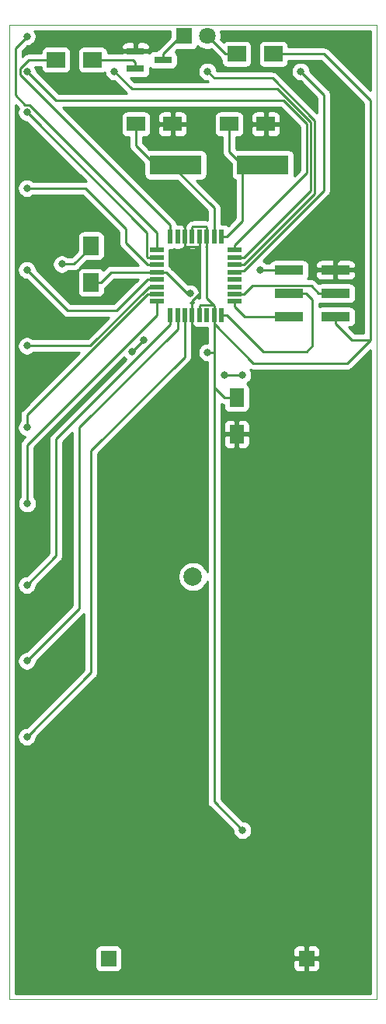
<source format=gbr>
G04 #@! TF.GenerationSoftware,KiCad,Pcbnew,(5.1.0)-1*
G04 #@! TF.CreationDate,2019-03-25T17:59:43+01:00*
G04 #@! TF.ProjectId,jvc_remote,6a76635f-7265-46d6-9f74-652e6b696361,rev?*
G04 #@! TF.SameCoordinates,Original*
G04 #@! TF.FileFunction,Copper,L2,Bot*
G04 #@! TF.FilePolarity,Positive*
%FSLAX46Y46*%
G04 Gerber Fmt 4.6, Leading zero omitted, Abs format (unit mm)*
G04 Created by KiCad (PCBNEW (5.1.0)-1) date 2019-03-25 17:59:43*
%MOMM*%
%LPD*%
G04 APERTURE LIST*
%ADD10C,0.050000*%
%ADD11C,2.000000*%
%ADD12R,1.500000X0.600000*%
%ADD13R,0.600000X1.500000*%
%ADD14R,1.900000X0.800000*%
%ADD15R,3.150000X1.000000*%
%ADD16R,1.600000X2.000000*%
%ADD17R,2.000000X1.600000*%
%ADD18R,1.800000X1.800000*%
%ADD19C,1.800000*%
%ADD20R,1.700000X2.000000*%
%ADD21R,2.000000X1.700000*%
%ADD22R,5.600000X2.100000*%
%ADD23R,1.700000X1.700000*%
%ADD24C,0.800000*%
%ADD25C,0.250000*%
%ADD26C,0.254000*%
G04 APERTURE END LIST*
D10*
X76200000Y-139700000D02*
X76200000Y-33655000D01*
X116205000Y-139700000D02*
X76200000Y-139700000D01*
X116205000Y-33655000D02*
X116205000Y-139700000D01*
X76200000Y-33655000D02*
X116205000Y-33655000D01*
D11*
X96210000Y-93700000D03*
D12*
X92270000Y-58160000D03*
X92270000Y-58960000D03*
X92270000Y-59760000D03*
X92270000Y-60560000D03*
X92270000Y-61360000D03*
X92270000Y-62160000D03*
X92270000Y-62960000D03*
X92270000Y-63760000D03*
D13*
X93720000Y-65210000D03*
X94520000Y-65210000D03*
X95320000Y-65210000D03*
X96120000Y-65210000D03*
X96920000Y-65210000D03*
X97720000Y-65210000D03*
X98520000Y-65210000D03*
X99320000Y-65210000D03*
D12*
X100770000Y-63760000D03*
X100770000Y-62960000D03*
X100770000Y-62160000D03*
X100770000Y-61360000D03*
X100770000Y-60560000D03*
X100770000Y-59760000D03*
X100770000Y-58960000D03*
X100770000Y-58160000D03*
D13*
X99320000Y-56710000D03*
X98520000Y-56710000D03*
X97720000Y-56710000D03*
X96920000Y-56710000D03*
X96120000Y-56710000D03*
X95320000Y-56710000D03*
X94520000Y-56710000D03*
X93720000Y-56710000D03*
D14*
X92940000Y-37465000D03*
X89940000Y-36515000D03*
X89940000Y-38415000D03*
D15*
X106695000Y-65405000D03*
X111745000Y-65405000D03*
X106695000Y-62865000D03*
X111745000Y-62865000D03*
X106695000Y-60325000D03*
X111745000Y-60325000D03*
D16*
X100965000Y-74200000D03*
X100965000Y-78200000D03*
D17*
X89980000Y-44450000D03*
X93980000Y-44450000D03*
X104140000Y-44450000D03*
X100140000Y-44450000D03*
D18*
X95224600Y-34848800D03*
D19*
X97764600Y-34848800D03*
D20*
X85090000Y-61690000D03*
X85090000Y-57690000D03*
D21*
X104965000Y-36830000D03*
X100965000Y-36830000D03*
X85280000Y-37465000D03*
X81280000Y-37465000D03*
D22*
X103810000Y-48895000D03*
X94310000Y-48895000D03*
D23*
X86995000Y-135255000D03*
X108585000Y-135255000D03*
D24*
X92075000Y-34925000D03*
X96520000Y-43180000D03*
X112395000Y-57150000D03*
X101600000Y-121285000D03*
X81915000Y-59690000D03*
X90805000Y-67945000D03*
X89535000Y-69215000D03*
X97790000Y-69305000D03*
X95885000Y-62865000D03*
X99605000Y-71755000D03*
X101600000Y-71755000D03*
X103505000Y-60325000D03*
X78105000Y-38735000D03*
X78103800Y-34926200D03*
X87630000Y-38735000D03*
X97790000Y-38735000D03*
X107950000Y-38735000D03*
X78105000Y-43180000D03*
X78103800Y-51436200D03*
X78105000Y-60325000D03*
X78105000Y-68580000D03*
X78103800Y-77471200D03*
X78129200Y-85749200D03*
X78105000Y-94615000D03*
X78105000Y-102870000D03*
X78105000Y-111125000D03*
D25*
X96120000Y-65210000D02*
X96120000Y-66275000D01*
X96120000Y-66275000D02*
X96520000Y-66675000D01*
X96520000Y-66675000D02*
X96520000Y-67310000D01*
X96920000Y-62903002D02*
X96920000Y-57710000D01*
X96120000Y-63703002D02*
X96920000Y-62903002D01*
X96120000Y-65210000D02*
X96120000Y-63703002D01*
X95320000Y-57710000D02*
X95320000Y-56710000D01*
X95395001Y-57785001D02*
X95320000Y-57710000D01*
X96844999Y-57785001D02*
X95395001Y-57785001D01*
X96920000Y-57710000D02*
X96844999Y-57785001D01*
X96920000Y-56710000D02*
X96920000Y-57710000D01*
X89940000Y-35865000D02*
X90880000Y-34925000D01*
X89940000Y-36515000D02*
X89940000Y-35865000D01*
X90880000Y-34925000D02*
X91440000Y-34925000D01*
X91440000Y-34925000D02*
X92075000Y-34925000D01*
X95320000Y-55710000D02*
X95250000Y-55640000D01*
X95320000Y-56710000D02*
X95320000Y-55710000D01*
X95250000Y-55640000D02*
X95250000Y-53975000D01*
X111745000Y-59575000D02*
X112395000Y-58925000D01*
X111745000Y-60325000D02*
X111745000Y-59575000D01*
X112395000Y-58925000D02*
X112395000Y-57150000D01*
X101600000Y-121285000D02*
X98520000Y-118205000D01*
X96920000Y-64210000D02*
X96920000Y-65210000D01*
X96995001Y-64134999D02*
X96920000Y-64210000D01*
X98444999Y-64134999D02*
X96995001Y-64134999D01*
X98520000Y-64210000D02*
X98444999Y-64134999D01*
X97720000Y-63410000D02*
X97720000Y-57710000D01*
X98520000Y-64210000D02*
X97720000Y-63410000D01*
X98520000Y-65210000D02*
X98520000Y-64210000D01*
X97720000Y-57710000D02*
X97644999Y-57785001D01*
X97720000Y-56710000D02*
X97720000Y-57710000D01*
X85090000Y-57690000D02*
X85090000Y-57540000D01*
X98520000Y-65210000D02*
X98520000Y-66210000D01*
X98520000Y-66210000D02*
X102795000Y-70485000D01*
X102795000Y-70485000D02*
X113030000Y-70485000D01*
X113030000Y-70485000D02*
X115570000Y-67945000D01*
X113535000Y-67945000D02*
X115570000Y-67945000D01*
X111745000Y-66155000D02*
X113535000Y-67945000D01*
X111745000Y-65405000D02*
X111745000Y-66155000D01*
X115570000Y-67945000D02*
X115570000Y-44280000D01*
X104965000Y-36830000D02*
X110490000Y-36830000D01*
X115570000Y-41910000D02*
X115570000Y-44280000D01*
X110490000Y-36830000D02*
X115570000Y-41910000D01*
X89535000Y-69215000D02*
X90805000Y-67945000D01*
X85090000Y-57840000D02*
X83240000Y-59690000D01*
X83240000Y-59690000D02*
X81915000Y-59690000D01*
X85090000Y-57690000D02*
X85090000Y-57840000D01*
X98520000Y-68675000D02*
X98520000Y-65210000D01*
X98520000Y-73155000D02*
X98520000Y-72295000D01*
X97795000Y-69310000D02*
X97790000Y-69305000D01*
X98520000Y-69310000D02*
X97795000Y-69310000D01*
X98520000Y-69310000D02*
X98520000Y-68675000D01*
X98520000Y-72295000D02*
X98520000Y-69310000D01*
X99600000Y-74200000D02*
X100965000Y-74200000D01*
X98520000Y-73120000D02*
X99600000Y-74200000D01*
X98520000Y-73120000D02*
X98520000Y-72295000D01*
X98520000Y-118205000D02*
X98520000Y-73120000D01*
X96120000Y-55710000D02*
X96120000Y-56710000D01*
X96195001Y-55634999D02*
X96120000Y-55710000D01*
X97644999Y-55634999D02*
X96195001Y-55634999D01*
X97720000Y-55710000D02*
X97644999Y-55634999D01*
X97720000Y-56710000D02*
X97720000Y-55710000D01*
X98520000Y-55710000D02*
X98520000Y-56710000D01*
X98520000Y-53590000D02*
X98520000Y-55710000D01*
X93825000Y-48895000D02*
X98520000Y-53590000D01*
X92075000Y-48895000D02*
X93825000Y-48895000D01*
X89980000Y-46800000D02*
X92075000Y-48895000D01*
X89980000Y-44450000D02*
X89980000Y-46800000D01*
X99870000Y-56710000D02*
X99320000Y-56710000D01*
X101575000Y-55005000D02*
X99870000Y-56710000D01*
X101575000Y-48895000D02*
X101575000Y-55005000D01*
X100140000Y-47460000D02*
X101575000Y-48895000D01*
X100140000Y-44450000D02*
X100140000Y-47460000D01*
X99745800Y-36830000D02*
X100965000Y-36830000D01*
X97764600Y-34848800D02*
X99745800Y-36830000D01*
X94513400Y-35560000D02*
X95224600Y-34848800D01*
X94906200Y-34848800D02*
X95224600Y-34848800D01*
X92940000Y-36815000D02*
X94906200Y-34848800D01*
X92940000Y-37465000D02*
X92940000Y-36815000D01*
X91270000Y-60560000D02*
X92270000Y-60560000D01*
X87320000Y-60560000D02*
X91270000Y-60560000D01*
X86190000Y-61690000D02*
X87320000Y-60560000D01*
X85090000Y-61690000D02*
X86190000Y-61690000D01*
X93270000Y-60560000D02*
X95575000Y-62865000D01*
X92270000Y-60560000D02*
X93270000Y-60560000D01*
X95575000Y-62865000D02*
X95885000Y-62865000D01*
X99605000Y-71755000D02*
X101600000Y-71755000D01*
X103505000Y-60325000D02*
X106695000Y-60325000D01*
X101770000Y-62960000D02*
X100770000Y-62960000D01*
X102690001Y-62039999D02*
X101770000Y-62960000D01*
X109094999Y-62039999D02*
X102690001Y-62039999D01*
X109920000Y-62865000D02*
X109094999Y-62039999D01*
X111745000Y-62865000D02*
X109920000Y-62865000D01*
X99870000Y-65210000D02*
X99320000Y-65210000D01*
X106695000Y-62865000D02*
X108520000Y-62865000D01*
X108520000Y-62865000D02*
X109220000Y-63565000D01*
X109220000Y-68580000D02*
X108585000Y-69215000D01*
X108585000Y-69215000D02*
X103875000Y-69215000D01*
X109220000Y-63565000D02*
X109220000Y-68580000D01*
X103875000Y-69215000D02*
X99870000Y-65210000D01*
X100770000Y-64310000D02*
X100770000Y-63760000D01*
X101865000Y-65405000D02*
X100770000Y-64310000D01*
X106695000Y-65405000D02*
X101865000Y-65405000D01*
X89940000Y-37765000D02*
X89940000Y-38415000D01*
X89640000Y-37465000D02*
X89940000Y-37765000D01*
X85280000Y-37465000D02*
X89640000Y-37465000D01*
X93720000Y-55434412D02*
X77379999Y-39094411D01*
X93720000Y-56710000D02*
X93720000Y-55434412D01*
X80030000Y-37465000D02*
X81280000Y-37465000D01*
X78301998Y-37465000D02*
X80030000Y-37465000D01*
X77379999Y-38386999D02*
X78301998Y-37465000D01*
X77379999Y-39094411D02*
X77379999Y-38386999D01*
X78105000Y-38735000D02*
X81280000Y-41910000D01*
X81280000Y-41910000D02*
X106045000Y-41910000D01*
X106045000Y-41910000D02*
X108585000Y-44450000D01*
X100770000Y-57610000D02*
X100770000Y-58160000D01*
X108585000Y-49795000D02*
X100770000Y-57610000D01*
X108585000Y-44450000D02*
X108585000Y-49795000D01*
X78103800Y-34926200D02*
X76835000Y-36195000D01*
X76835000Y-36195000D02*
X76835000Y-41275000D01*
X92270000Y-57610000D02*
X92270000Y-58160000D01*
X92270000Y-56271998D02*
X92270000Y-57610000D01*
X78358011Y-42360009D02*
X92270000Y-56271998D01*
X77920009Y-42360009D02*
X78358011Y-42360009D01*
X76835000Y-41275000D02*
X77920009Y-42360009D01*
X101770000Y-58960000D02*
X100770000Y-58960000D01*
X109035010Y-51694990D02*
X101770000Y-58960000D01*
X109035010Y-44263600D02*
X109035010Y-51694990D01*
X105411410Y-40640000D02*
X109035010Y-44263600D01*
X89535000Y-40640000D02*
X105411410Y-40640000D01*
X87630000Y-38735000D02*
X89535000Y-40640000D01*
X101770000Y-59760000D02*
X100770000Y-59760000D01*
X109485019Y-52044981D02*
X101770000Y-59760000D01*
X109485019Y-44077199D02*
X109485019Y-52044981D01*
X104867821Y-39460001D02*
X109485019Y-44077199D01*
X98515001Y-39460001D02*
X104867821Y-39460001D01*
X97790000Y-38735000D02*
X98515001Y-39460001D01*
X100944999Y-60385001D02*
X100770000Y-60560000D01*
X101781409Y-60385001D02*
X100944999Y-60385001D01*
X110490000Y-51676410D02*
X101781409Y-60385001D01*
X107950000Y-38735000D02*
X110490000Y-41275000D01*
X110490000Y-41275000D02*
X110490000Y-51676410D01*
X91270000Y-58960000D02*
X92270000Y-58960000D01*
X91194999Y-58884999D02*
X91270000Y-58960000D01*
X91194999Y-56269999D02*
X91194999Y-58884999D01*
X78105000Y-43180000D02*
X91194999Y-56269999D01*
X78103800Y-51436200D02*
X84456200Y-51436200D01*
X84456200Y-51436200D02*
X88900000Y-55880000D01*
X91270000Y-59760000D02*
X92270000Y-59760000D01*
X88900000Y-57390000D02*
X91270000Y-59760000D01*
X88900000Y-55880000D02*
X88900000Y-57390000D01*
X91270000Y-61360000D02*
X92270000Y-61360000D01*
X87860000Y-64770000D02*
X91270000Y-61360000D01*
X82550000Y-64770000D02*
X87860000Y-64770000D01*
X78105000Y-60325000D02*
X82550000Y-64770000D01*
X91433590Y-62160000D02*
X92270000Y-62160000D01*
X85013590Y-68580000D02*
X91433590Y-62160000D01*
X78105000Y-68580000D02*
X85013590Y-68580000D01*
X91270000Y-62960000D02*
X92270000Y-62960000D01*
X78103800Y-76126200D02*
X91270000Y-62960000D01*
X78103800Y-77471200D02*
X78103800Y-76126200D01*
X78129200Y-85749200D02*
X78129200Y-79350800D01*
X92270000Y-65210000D02*
X92270000Y-63760000D01*
X78129200Y-79350800D02*
X92270000Y-65210000D01*
X78105000Y-94615000D02*
X81280000Y-91440000D01*
X81280000Y-91440000D02*
X81280000Y-78740000D01*
X93720000Y-66300000D02*
X93720000Y-65210000D01*
X81280000Y-78740000D02*
X93720000Y-66300000D01*
X78105000Y-102870000D02*
X83820000Y-97155000D01*
X94520000Y-66210000D02*
X94520000Y-65210000D01*
X94520000Y-66770000D02*
X94520000Y-66210000D01*
X83820000Y-77470000D02*
X94520000Y-66770000D01*
X83820000Y-97155000D02*
X83820000Y-77470000D01*
X78105000Y-111125000D02*
X85090000Y-104140000D01*
X85090000Y-104140000D02*
X85090000Y-80010000D01*
X95320000Y-69780000D02*
X95320000Y-65210000D01*
X85090000Y-80010000D02*
X95320000Y-69780000D01*
D26*
G36*
X77184030Y-42698833D02*
G01*
X77109774Y-42878102D01*
X77070000Y-43078061D01*
X77070000Y-43281939D01*
X77109774Y-43481898D01*
X77187795Y-43670256D01*
X77301063Y-43839774D01*
X77445226Y-43983937D01*
X77614744Y-44097205D01*
X77803102Y-44175226D01*
X78003061Y-44215000D01*
X78065199Y-44215000D01*
X84529989Y-50679791D01*
X84493533Y-50676200D01*
X84493522Y-50676200D01*
X84456200Y-50672524D01*
X84418878Y-50676200D01*
X78807511Y-50676200D01*
X78763574Y-50632263D01*
X78594056Y-50518995D01*
X78405698Y-50440974D01*
X78205739Y-50401200D01*
X78001861Y-50401200D01*
X77801902Y-50440974D01*
X77613544Y-50518995D01*
X77444026Y-50632263D01*
X77299863Y-50776426D01*
X77186595Y-50945944D01*
X77108574Y-51134302D01*
X77068800Y-51334261D01*
X77068800Y-51538139D01*
X77108574Y-51738098D01*
X77186595Y-51926456D01*
X77299863Y-52095974D01*
X77444026Y-52240137D01*
X77613544Y-52353405D01*
X77801902Y-52431426D01*
X78001861Y-52471200D01*
X78205739Y-52471200D01*
X78405698Y-52431426D01*
X78594056Y-52353405D01*
X78763574Y-52240137D01*
X78807511Y-52196200D01*
X84141399Y-52196200D01*
X88140000Y-56194802D01*
X88140001Y-57352668D01*
X88136324Y-57390000D01*
X88140001Y-57427333D01*
X88150998Y-57538986D01*
X88153658Y-57547754D01*
X88194454Y-57682246D01*
X88265026Y-57814276D01*
X88336201Y-57901002D01*
X88360000Y-57930001D01*
X88388998Y-57953799D01*
X90235198Y-59800000D01*
X87357322Y-59800000D01*
X87319999Y-59796324D01*
X87282676Y-59800000D01*
X87282667Y-59800000D01*
X87171014Y-59810997D01*
X87027753Y-59854454D01*
X86895724Y-59925026D01*
X86779999Y-60019999D01*
X86756201Y-60048997D01*
X86470156Y-60335042D01*
X86391185Y-60238815D01*
X86294494Y-60159463D01*
X86184180Y-60100498D01*
X86064482Y-60064188D01*
X85940000Y-60051928D01*
X84240000Y-60051928D01*
X84115518Y-60064188D01*
X83995820Y-60100498D01*
X83885506Y-60159463D01*
X83788815Y-60238815D01*
X83709463Y-60335506D01*
X83650498Y-60445820D01*
X83614188Y-60565518D01*
X83601928Y-60690000D01*
X83601928Y-62690000D01*
X83614188Y-62814482D01*
X83650498Y-62934180D01*
X83709463Y-63044494D01*
X83788815Y-63141185D01*
X83885506Y-63220537D01*
X83995820Y-63279502D01*
X84115518Y-63315812D01*
X84240000Y-63328072D01*
X85940000Y-63328072D01*
X86064482Y-63315812D01*
X86184180Y-63279502D01*
X86294494Y-63220537D01*
X86391185Y-63141185D01*
X86470537Y-63044494D01*
X86529502Y-62934180D01*
X86565812Y-62814482D01*
X86578072Y-62690000D01*
X86578072Y-62344326D01*
X86614276Y-62324974D01*
X86730001Y-62230001D01*
X86753804Y-62200998D01*
X87634802Y-61320000D01*
X90235198Y-61320000D01*
X87545199Y-64010000D01*
X82864802Y-64010000D01*
X79140000Y-60285199D01*
X79140000Y-60223061D01*
X79100226Y-60023102D01*
X79022205Y-59834744D01*
X78908937Y-59665226D01*
X78831772Y-59588061D01*
X80880000Y-59588061D01*
X80880000Y-59791939D01*
X80919774Y-59991898D01*
X80997795Y-60180256D01*
X81111063Y-60349774D01*
X81255226Y-60493937D01*
X81424744Y-60607205D01*
X81613102Y-60685226D01*
X81813061Y-60725000D01*
X82016939Y-60725000D01*
X82216898Y-60685226D01*
X82405256Y-60607205D01*
X82574774Y-60493937D01*
X82618711Y-60450000D01*
X83202678Y-60450000D01*
X83240000Y-60453676D01*
X83277322Y-60450000D01*
X83277333Y-60450000D01*
X83388986Y-60439003D01*
X83532247Y-60395546D01*
X83664276Y-60324974D01*
X83780001Y-60230001D01*
X83803804Y-60200997D01*
X84676729Y-59328072D01*
X85940000Y-59328072D01*
X86064482Y-59315812D01*
X86184180Y-59279502D01*
X86294494Y-59220537D01*
X86391185Y-59141185D01*
X86470537Y-59044494D01*
X86529502Y-58934180D01*
X86565812Y-58814482D01*
X86578072Y-58690000D01*
X86578072Y-56690000D01*
X86565812Y-56565518D01*
X86529502Y-56445820D01*
X86470537Y-56335506D01*
X86391185Y-56238815D01*
X86294494Y-56159463D01*
X86184180Y-56100498D01*
X86064482Y-56064188D01*
X85940000Y-56051928D01*
X84240000Y-56051928D01*
X84115518Y-56064188D01*
X83995820Y-56100498D01*
X83885506Y-56159463D01*
X83788815Y-56238815D01*
X83709463Y-56335506D01*
X83650498Y-56445820D01*
X83614188Y-56565518D01*
X83601928Y-56690000D01*
X83601928Y-58253271D01*
X82925199Y-58930000D01*
X82618711Y-58930000D01*
X82574774Y-58886063D01*
X82405256Y-58772795D01*
X82216898Y-58694774D01*
X82016939Y-58655000D01*
X81813061Y-58655000D01*
X81613102Y-58694774D01*
X81424744Y-58772795D01*
X81255226Y-58886063D01*
X81111063Y-59030226D01*
X80997795Y-59199744D01*
X80919774Y-59388102D01*
X80880000Y-59588061D01*
X78831772Y-59588061D01*
X78764774Y-59521063D01*
X78595256Y-59407795D01*
X78406898Y-59329774D01*
X78206939Y-59290000D01*
X78003061Y-59290000D01*
X77803102Y-59329774D01*
X77614744Y-59407795D01*
X77445226Y-59521063D01*
X77301063Y-59665226D01*
X77187795Y-59834744D01*
X77109774Y-60023102D01*
X77070000Y-60223061D01*
X77070000Y-60426939D01*
X77109774Y-60626898D01*
X77187795Y-60815256D01*
X77301063Y-60984774D01*
X77445226Y-61128937D01*
X77614744Y-61242205D01*
X77803102Y-61320226D01*
X78003061Y-61360000D01*
X78065199Y-61360000D01*
X81986201Y-65281003D01*
X82009999Y-65310001D01*
X82125724Y-65404974D01*
X82257753Y-65475546D01*
X82401014Y-65519003D01*
X82512667Y-65530000D01*
X82512676Y-65530000D01*
X82549999Y-65533676D01*
X82587322Y-65530000D01*
X86988789Y-65530000D01*
X84698789Y-67820000D01*
X78808711Y-67820000D01*
X78764774Y-67776063D01*
X78595256Y-67662795D01*
X78406898Y-67584774D01*
X78206939Y-67545000D01*
X78003061Y-67545000D01*
X77803102Y-67584774D01*
X77614744Y-67662795D01*
X77445226Y-67776063D01*
X77301063Y-67920226D01*
X77187795Y-68089744D01*
X77109774Y-68278102D01*
X77070000Y-68478061D01*
X77070000Y-68681939D01*
X77109774Y-68881898D01*
X77187795Y-69070256D01*
X77301063Y-69239774D01*
X77445226Y-69383937D01*
X77614744Y-69497205D01*
X77803102Y-69575226D01*
X78003061Y-69615000D01*
X78206939Y-69615000D01*
X78406898Y-69575226D01*
X78595256Y-69497205D01*
X78764774Y-69383937D01*
X78808711Y-69340000D01*
X83815199Y-69340000D01*
X77592798Y-75562401D01*
X77563800Y-75586199D01*
X77540002Y-75615197D01*
X77540001Y-75615198D01*
X77468826Y-75701924D01*
X77398254Y-75833954D01*
X77354798Y-75977215D01*
X77340124Y-76126200D01*
X77343801Y-76163532D01*
X77343801Y-76767488D01*
X77299863Y-76811426D01*
X77186595Y-76980944D01*
X77108574Y-77169302D01*
X77068800Y-77369261D01*
X77068800Y-77573139D01*
X77108574Y-77773098D01*
X77186595Y-77961456D01*
X77299863Y-78130974D01*
X77444026Y-78275137D01*
X77613544Y-78388405D01*
X77801902Y-78466426D01*
X77916065Y-78489134D01*
X77618198Y-78787001D01*
X77589200Y-78810799D01*
X77565402Y-78839797D01*
X77565401Y-78839798D01*
X77494226Y-78926524D01*
X77423654Y-79058554D01*
X77393380Y-79158358D01*
X77380749Y-79200000D01*
X77380198Y-79201815D01*
X77365524Y-79350800D01*
X77369201Y-79388132D01*
X77369200Y-85045489D01*
X77325263Y-85089426D01*
X77211995Y-85258944D01*
X77133974Y-85447302D01*
X77094200Y-85647261D01*
X77094200Y-85851139D01*
X77133974Y-86051098D01*
X77211995Y-86239456D01*
X77325263Y-86408974D01*
X77469426Y-86553137D01*
X77638944Y-86666405D01*
X77827302Y-86744426D01*
X78027261Y-86784200D01*
X78231139Y-86784200D01*
X78431098Y-86744426D01*
X78619456Y-86666405D01*
X78788974Y-86553137D01*
X78933137Y-86408974D01*
X79046405Y-86239456D01*
X79124426Y-86051098D01*
X79164200Y-85851139D01*
X79164200Y-85647261D01*
X79124426Y-85447302D01*
X79046405Y-85258944D01*
X78933137Y-85089426D01*
X78889200Y-85045489D01*
X78889200Y-79665601D01*
X88710621Y-69844181D01*
X88731063Y-69874774D01*
X88875226Y-70018937D01*
X88905819Y-70039379D01*
X80768998Y-78176201D01*
X80740000Y-78199999D01*
X80716202Y-78228997D01*
X80716201Y-78228998D01*
X80645026Y-78315724D01*
X80574454Y-78447754D01*
X80544180Y-78547558D01*
X80532179Y-78587123D01*
X80530998Y-78591015D01*
X80516324Y-78740000D01*
X80520001Y-78777332D01*
X80520000Y-91125198D01*
X78065199Y-93580000D01*
X78003061Y-93580000D01*
X77803102Y-93619774D01*
X77614744Y-93697795D01*
X77445226Y-93811063D01*
X77301063Y-93955226D01*
X77187795Y-94124744D01*
X77109774Y-94313102D01*
X77070000Y-94513061D01*
X77070000Y-94716939D01*
X77109774Y-94916898D01*
X77187795Y-95105256D01*
X77301063Y-95274774D01*
X77445226Y-95418937D01*
X77614744Y-95532205D01*
X77803102Y-95610226D01*
X78003061Y-95650000D01*
X78206939Y-95650000D01*
X78406898Y-95610226D01*
X78595256Y-95532205D01*
X78764774Y-95418937D01*
X78908937Y-95274774D01*
X79022205Y-95105256D01*
X79100226Y-94916898D01*
X79140000Y-94716939D01*
X79140000Y-94654801D01*
X81791004Y-92003798D01*
X81820001Y-91980001D01*
X81846332Y-91947917D01*
X81914974Y-91864277D01*
X81985546Y-91732247D01*
X81985546Y-91732246D01*
X82029003Y-91588986D01*
X82040000Y-91477333D01*
X82040000Y-91477324D01*
X82043676Y-91440001D01*
X82040000Y-91402678D01*
X82040000Y-79054801D01*
X83060001Y-78034800D01*
X83060000Y-96840198D01*
X78065199Y-101835000D01*
X78003061Y-101835000D01*
X77803102Y-101874774D01*
X77614744Y-101952795D01*
X77445226Y-102066063D01*
X77301063Y-102210226D01*
X77187795Y-102379744D01*
X77109774Y-102568102D01*
X77070000Y-102768061D01*
X77070000Y-102971939D01*
X77109774Y-103171898D01*
X77187795Y-103360256D01*
X77301063Y-103529774D01*
X77445226Y-103673937D01*
X77614744Y-103787205D01*
X77803102Y-103865226D01*
X78003061Y-103905000D01*
X78206939Y-103905000D01*
X78406898Y-103865226D01*
X78595256Y-103787205D01*
X78764774Y-103673937D01*
X78908937Y-103529774D01*
X79022205Y-103360256D01*
X79100226Y-103171898D01*
X79140000Y-102971939D01*
X79140000Y-102909801D01*
X84330000Y-97719802D01*
X84330000Y-103825198D01*
X78065199Y-110090000D01*
X78003061Y-110090000D01*
X77803102Y-110129774D01*
X77614744Y-110207795D01*
X77445226Y-110321063D01*
X77301063Y-110465226D01*
X77187795Y-110634744D01*
X77109774Y-110823102D01*
X77070000Y-111023061D01*
X77070000Y-111226939D01*
X77109774Y-111426898D01*
X77187795Y-111615256D01*
X77301063Y-111784774D01*
X77445226Y-111928937D01*
X77614744Y-112042205D01*
X77803102Y-112120226D01*
X78003061Y-112160000D01*
X78206939Y-112160000D01*
X78406898Y-112120226D01*
X78595256Y-112042205D01*
X78764774Y-111928937D01*
X78908937Y-111784774D01*
X79022205Y-111615256D01*
X79100226Y-111426898D01*
X79140000Y-111226939D01*
X79140000Y-111164801D01*
X85601004Y-104703798D01*
X85630001Y-104680001D01*
X85724974Y-104564276D01*
X85795546Y-104432247D01*
X85839003Y-104288986D01*
X85850000Y-104177333D01*
X85850000Y-104177325D01*
X85853676Y-104140000D01*
X85850000Y-104102675D01*
X85850000Y-80324801D01*
X95831004Y-70343798D01*
X95860001Y-70320001D01*
X95954974Y-70204276D01*
X96025546Y-70072247D01*
X96069003Y-69928986D01*
X96080000Y-69817333D01*
X96080000Y-69817325D01*
X96083676Y-69780000D01*
X96080000Y-69742675D01*
X96080000Y-66400444D01*
X96120000Y-66351704D01*
X96168815Y-66411185D01*
X96265506Y-66490537D01*
X96342375Y-66531625D01*
X96405750Y-66595000D01*
X96420000Y-66598072D01*
X96520000Y-66588223D01*
X96620000Y-66598072D01*
X97220000Y-66598072D01*
X97320000Y-66588223D01*
X97420000Y-66598072D01*
X97760001Y-66598072D01*
X97760000Y-68270000D01*
X97688061Y-68270000D01*
X97488102Y-68309774D01*
X97299744Y-68387795D01*
X97130226Y-68501063D01*
X96986063Y-68645226D01*
X96872795Y-68814744D01*
X96794774Y-69003102D01*
X96755000Y-69203061D01*
X96755000Y-69406939D01*
X96794774Y-69606898D01*
X96872795Y-69795256D01*
X96986063Y-69964774D01*
X97130226Y-70108937D01*
X97299744Y-70222205D01*
X97488102Y-70300226D01*
X97688061Y-70340000D01*
X97760001Y-70340000D01*
X97760000Y-72257667D01*
X97760000Y-73082678D01*
X97756324Y-73120000D01*
X97760000Y-73157322D01*
X97760000Y-73192332D01*
X97760001Y-73192342D01*
X97760001Y-93169571D01*
X97658918Y-92925537D01*
X97479987Y-92657748D01*
X97252252Y-92430013D01*
X96984463Y-92251082D01*
X96686912Y-92127832D01*
X96371033Y-92065000D01*
X96048967Y-92065000D01*
X95733088Y-92127832D01*
X95435537Y-92251082D01*
X95167748Y-92430013D01*
X94940013Y-92657748D01*
X94761082Y-92925537D01*
X94637832Y-93223088D01*
X94575000Y-93538967D01*
X94575000Y-93861033D01*
X94637832Y-94176912D01*
X94761082Y-94474463D01*
X94940013Y-94742252D01*
X95167748Y-94969987D01*
X95435537Y-95148918D01*
X95733088Y-95272168D01*
X96048967Y-95335000D01*
X96371033Y-95335000D01*
X96686912Y-95272168D01*
X96984463Y-95148918D01*
X97252252Y-94969987D01*
X97479987Y-94742252D01*
X97658918Y-94474463D01*
X97760001Y-94230429D01*
X97760000Y-118167678D01*
X97756324Y-118205000D01*
X97760000Y-118242322D01*
X97760000Y-118242332D01*
X97770997Y-118353985D01*
X97814454Y-118497246D01*
X97885026Y-118629276D01*
X97924871Y-118677826D01*
X97979999Y-118745001D01*
X98009003Y-118768804D01*
X100565000Y-121324802D01*
X100565000Y-121386939D01*
X100604774Y-121586898D01*
X100682795Y-121775256D01*
X100796063Y-121944774D01*
X100940226Y-122088937D01*
X101109744Y-122202205D01*
X101298102Y-122280226D01*
X101498061Y-122320000D01*
X101701939Y-122320000D01*
X101901898Y-122280226D01*
X102090256Y-122202205D01*
X102259774Y-122088937D01*
X102403937Y-121944774D01*
X102517205Y-121775256D01*
X102595226Y-121586898D01*
X102635000Y-121386939D01*
X102635000Y-121183061D01*
X102595226Y-120983102D01*
X102517205Y-120794744D01*
X102403937Y-120625226D01*
X102259774Y-120481063D01*
X102090256Y-120367795D01*
X101901898Y-120289774D01*
X101701939Y-120250000D01*
X101639802Y-120250000D01*
X99280000Y-117890199D01*
X99280000Y-79200000D01*
X99526928Y-79200000D01*
X99539188Y-79324482D01*
X99575498Y-79444180D01*
X99634463Y-79554494D01*
X99713815Y-79651185D01*
X99810506Y-79730537D01*
X99920820Y-79789502D01*
X100040518Y-79825812D01*
X100165000Y-79838072D01*
X100679250Y-79835000D01*
X100838000Y-79676250D01*
X100838000Y-78327000D01*
X101092000Y-78327000D01*
X101092000Y-79676250D01*
X101250750Y-79835000D01*
X101765000Y-79838072D01*
X101889482Y-79825812D01*
X102009180Y-79789502D01*
X102119494Y-79730537D01*
X102216185Y-79651185D01*
X102295537Y-79554494D01*
X102354502Y-79444180D01*
X102390812Y-79324482D01*
X102403072Y-79200000D01*
X102400000Y-78485750D01*
X102241250Y-78327000D01*
X101092000Y-78327000D01*
X100838000Y-78327000D01*
X99688750Y-78327000D01*
X99530000Y-78485750D01*
X99526928Y-79200000D01*
X99280000Y-79200000D01*
X99280000Y-77200000D01*
X99526928Y-77200000D01*
X99530000Y-77914250D01*
X99688750Y-78073000D01*
X100838000Y-78073000D01*
X100838000Y-76723750D01*
X101092000Y-76723750D01*
X101092000Y-78073000D01*
X102241250Y-78073000D01*
X102400000Y-77914250D01*
X102403072Y-77200000D01*
X102390812Y-77075518D01*
X102354502Y-76955820D01*
X102295537Y-76845506D01*
X102216185Y-76748815D01*
X102119494Y-76669463D01*
X102009180Y-76610498D01*
X101889482Y-76574188D01*
X101765000Y-76561928D01*
X101250750Y-76565000D01*
X101092000Y-76723750D01*
X100838000Y-76723750D01*
X100679250Y-76565000D01*
X100165000Y-76561928D01*
X100040518Y-76574188D01*
X99920820Y-76610498D01*
X99810506Y-76669463D01*
X99713815Y-76748815D01*
X99634463Y-76845506D01*
X99575498Y-76955820D01*
X99539188Y-77075518D01*
X99526928Y-77200000D01*
X99280000Y-77200000D01*
X99280000Y-74890711D01*
X99307753Y-74905546D01*
X99451014Y-74949003D01*
X99526928Y-74956480D01*
X99526928Y-75200000D01*
X99539188Y-75324482D01*
X99575498Y-75444180D01*
X99634463Y-75554494D01*
X99713815Y-75651185D01*
X99810506Y-75730537D01*
X99920820Y-75789502D01*
X100040518Y-75825812D01*
X100165000Y-75838072D01*
X101765000Y-75838072D01*
X101889482Y-75825812D01*
X102009180Y-75789502D01*
X102119494Y-75730537D01*
X102216185Y-75651185D01*
X102295537Y-75554494D01*
X102354502Y-75444180D01*
X102390812Y-75324482D01*
X102403072Y-75200000D01*
X102403072Y-73200000D01*
X102390812Y-73075518D01*
X102354502Y-72955820D01*
X102295537Y-72845506D01*
X102216185Y-72748815D01*
X102119494Y-72669463D01*
X102105530Y-72661999D01*
X102259774Y-72558937D01*
X102403937Y-72414774D01*
X102517205Y-72245256D01*
X102595226Y-72056898D01*
X102635000Y-71856939D01*
X102635000Y-71653061D01*
X102595226Y-71453102D01*
X102517205Y-71264744D01*
X102448113Y-71161340D01*
X102502753Y-71190546D01*
X102646014Y-71234003D01*
X102757667Y-71245000D01*
X102757677Y-71245000D01*
X102795000Y-71248676D01*
X102832322Y-71245000D01*
X112992678Y-71245000D01*
X113030000Y-71248676D01*
X113067322Y-71245000D01*
X113067333Y-71245000D01*
X113178986Y-71234003D01*
X113322247Y-71190546D01*
X113454276Y-71119974D01*
X113570001Y-71025001D01*
X113593804Y-70995997D01*
X115545000Y-69044802D01*
X115545001Y-139040000D01*
X76860000Y-139040000D01*
X76860000Y-134405000D01*
X85506928Y-134405000D01*
X85506928Y-136105000D01*
X85519188Y-136229482D01*
X85555498Y-136349180D01*
X85614463Y-136459494D01*
X85693815Y-136556185D01*
X85790506Y-136635537D01*
X85900820Y-136694502D01*
X86020518Y-136730812D01*
X86145000Y-136743072D01*
X87845000Y-136743072D01*
X87969482Y-136730812D01*
X88089180Y-136694502D01*
X88199494Y-136635537D01*
X88296185Y-136556185D01*
X88375537Y-136459494D01*
X88434502Y-136349180D01*
X88470812Y-136229482D01*
X88483072Y-136105000D01*
X107096928Y-136105000D01*
X107109188Y-136229482D01*
X107145498Y-136349180D01*
X107204463Y-136459494D01*
X107283815Y-136556185D01*
X107380506Y-136635537D01*
X107490820Y-136694502D01*
X107610518Y-136730812D01*
X107735000Y-136743072D01*
X108299250Y-136740000D01*
X108458000Y-136581250D01*
X108458000Y-135382000D01*
X108712000Y-135382000D01*
X108712000Y-136581250D01*
X108870750Y-136740000D01*
X109435000Y-136743072D01*
X109559482Y-136730812D01*
X109679180Y-136694502D01*
X109789494Y-136635537D01*
X109886185Y-136556185D01*
X109965537Y-136459494D01*
X110024502Y-136349180D01*
X110060812Y-136229482D01*
X110073072Y-136105000D01*
X110070000Y-135540750D01*
X109911250Y-135382000D01*
X108712000Y-135382000D01*
X108458000Y-135382000D01*
X107258750Y-135382000D01*
X107100000Y-135540750D01*
X107096928Y-136105000D01*
X88483072Y-136105000D01*
X88483072Y-134405000D01*
X107096928Y-134405000D01*
X107100000Y-134969250D01*
X107258750Y-135128000D01*
X108458000Y-135128000D01*
X108458000Y-133928750D01*
X108712000Y-133928750D01*
X108712000Y-135128000D01*
X109911250Y-135128000D01*
X110070000Y-134969250D01*
X110073072Y-134405000D01*
X110060812Y-134280518D01*
X110024502Y-134160820D01*
X109965537Y-134050506D01*
X109886185Y-133953815D01*
X109789494Y-133874463D01*
X109679180Y-133815498D01*
X109559482Y-133779188D01*
X109435000Y-133766928D01*
X108870750Y-133770000D01*
X108712000Y-133928750D01*
X108458000Y-133928750D01*
X108299250Y-133770000D01*
X107735000Y-133766928D01*
X107610518Y-133779188D01*
X107490820Y-133815498D01*
X107380506Y-133874463D01*
X107283815Y-133953815D01*
X107204463Y-134050506D01*
X107145498Y-134160820D01*
X107109188Y-134280518D01*
X107096928Y-134405000D01*
X88483072Y-134405000D01*
X88470812Y-134280518D01*
X88434502Y-134160820D01*
X88375537Y-134050506D01*
X88296185Y-133953815D01*
X88199494Y-133874463D01*
X88089180Y-133815498D01*
X87969482Y-133779188D01*
X87845000Y-133766928D01*
X86145000Y-133766928D01*
X86020518Y-133779188D01*
X85900820Y-133815498D01*
X85790506Y-133874463D01*
X85693815Y-133953815D01*
X85614463Y-134050506D01*
X85555498Y-134160820D01*
X85519188Y-134280518D01*
X85506928Y-134405000D01*
X76860000Y-134405000D01*
X76860000Y-42374802D01*
X77184030Y-42698833D01*
X77184030Y-42698833D01*
G37*
X77184030Y-42698833D02*
X77109774Y-42878102D01*
X77070000Y-43078061D01*
X77070000Y-43281939D01*
X77109774Y-43481898D01*
X77187795Y-43670256D01*
X77301063Y-43839774D01*
X77445226Y-43983937D01*
X77614744Y-44097205D01*
X77803102Y-44175226D01*
X78003061Y-44215000D01*
X78065199Y-44215000D01*
X84529989Y-50679791D01*
X84493533Y-50676200D01*
X84493522Y-50676200D01*
X84456200Y-50672524D01*
X84418878Y-50676200D01*
X78807511Y-50676200D01*
X78763574Y-50632263D01*
X78594056Y-50518995D01*
X78405698Y-50440974D01*
X78205739Y-50401200D01*
X78001861Y-50401200D01*
X77801902Y-50440974D01*
X77613544Y-50518995D01*
X77444026Y-50632263D01*
X77299863Y-50776426D01*
X77186595Y-50945944D01*
X77108574Y-51134302D01*
X77068800Y-51334261D01*
X77068800Y-51538139D01*
X77108574Y-51738098D01*
X77186595Y-51926456D01*
X77299863Y-52095974D01*
X77444026Y-52240137D01*
X77613544Y-52353405D01*
X77801902Y-52431426D01*
X78001861Y-52471200D01*
X78205739Y-52471200D01*
X78405698Y-52431426D01*
X78594056Y-52353405D01*
X78763574Y-52240137D01*
X78807511Y-52196200D01*
X84141399Y-52196200D01*
X88140000Y-56194802D01*
X88140001Y-57352668D01*
X88136324Y-57390000D01*
X88140001Y-57427333D01*
X88150998Y-57538986D01*
X88153658Y-57547754D01*
X88194454Y-57682246D01*
X88265026Y-57814276D01*
X88336201Y-57901002D01*
X88360000Y-57930001D01*
X88388998Y-57953799D01*
X90235198Y-59800000D01*
X87357322Y-59800000D01*
X87319999Y-59796324D01*
X87282676Y-59800000D01*
X87282667Y-59800000D01*
X87171014Y-59810997D01*
X87027753Y-59854454D01*
X86895724Y-59925026D01*
X86779999Y-60019999D01*
X86756201Y-60048997D01*
X86470156Y-60335042D01*
X86391185Y-60238815D01*
X86294494Y-60159463D01*
X86184180Y-60100498D01*
X86064482Y-60064188D01*
X85940000Y-60051928D01*
X84240000Y-60051928D01*
X84115518Y-60064188D01*
X83995820Y-60100498D01*
X83885506Y-60159463D01*
X83788815Y-60238815D01*
X83709463Y-60335506D01*
X83650498Y-60445820D01*
X83614188Y-60565518D01*
X83601928Y-60690000D01*
X83601928Y-62690000D01*
X83614188Y-62814482D01*
X83650498Y-62934180D01*
X83709463Y-63044494D01*
X83788815Y-63141185D01*
X83885506Y-63220537D01*
X83995820Y-63279502D01*
X84115518Y-63315812D01*
X84240000Y-63328072D01*
X85940000Y-63328072D01*
X86064482Y-63315812D01*
X86184180Y-63279502D01*
X86294494Y-63220537D01*
X86391185Y-63141185D01*
X86470537Y-63044494D01*
X86529502Y-62934180D01*
X86565812Y-62814482D01*
X86578072Y-62690000D01*
X86578072Y-62344326D01*
X86614276Y-62324974D01*
X86730001Y-62230001D01*
X86753804Y-62200998D01*
X87634802Y-61320000D01*
X90235198Y-61320000D01*
X87545199Y-64010000D01*
X82864802Y-64010000D01*
X79140000Y-60285199D01*
X79140000Y-60223061D01*
X79100226Y-60023102D01*
X79022205Y-59834744D01*
X78908937Y-59665226D01*
X78831772Y-59588061D01*
X80880000Y-59588061D01*
X80880000Y-59791939D01*
X80919774Y-59991898D01*
X80997795Y-60180256D01*
X81111063Y-60349774D01*
X81255226Y-60493937D01*
X81424744Y-60607205D01*
X81613102Y-60685226D01*
X81813061Y-60725000D01*
X82016939Y-60725000D01*
X82216898Y-60685226D01*
X82405256Y-60607205D01*
X82574774Y-60493937D01*
X82618711Y-60450000D01*
X83202678Y-60450000D01*
X83240000Y-60453676D01*
X83277322Y-60450000D01*
X83277333Y-60450000D01*
X83388986Y-60439003D01*
X83532247Y-60395546D01*
X83664276Y-60324974D01*
X83780001Y-60230001D01*
X83803804Y-60200997D01*
X84676729Y-59328072D01*
X85940000Y-59328072D01*
X86064482Y-59315812D01*
X86184180Y-59279502D01*
X86294494Y-59220537D01*
X86391185Y-59141185D01*
X86470537Y-59044494D01*
X86529502Y-58934180D01*
X86565812Y-58814482D01*
X86578072Y-58690000D01*
X86578072Y-56690000D01*
X86565812Y-56565518D01*
X86529502Y-56445820D01*
X86470537Y-56335506D01*
X86391185Y-56238815D01*
X86294494Y-56159463D01*
X86184180Y-56100498D01*
X86064482Y-56064188D01*
X85940000Y-56051928D01*
X84240000Y-56051928D01*
X84115518Y-56064188D01*
X83995820Y-56100498D01*
X83885506Y-56159463D01*
X83788815Y-56238815D01*
X83709463Y-56335506D01*
X83650498Y-56445820D01*
X83614188Y-56565518D01*
X83601928Y-56690000D01*
X83601928Y-58253271D01*
X82925199Y-58930000D01*
X82618711Y-58930000D01*
X82574774Y-58886063D01*
X82405256Y-58772795D01*
X82216898Y-58694774D01*
X82016939Y-58655000D01*
X81813061Y-58655000D01*
X81613102Y-58694774D01*
X81424744Y-58772795D01*
X81255226Y-58886063D01*
X81111063Y-59030226D01*
X80997795Y-59199744D01*
X80919774Y-59388102D01*
X80880000Y-59588061D01*
X78831772Y-59588061D01*
X78764774Y-59521063D01*
X78595256Y-59407795D01*
X78406898Y-59329774D01*
X78206939Y-59290000D01*
X78003061Y-59290000D01*
X77803102Y-59329774D01*
X77614744Y-59407795D01*
X77445226Y-59521063D01*
X77301063Y-59665226D01*
X77187795Y-59834744D01*
X77109774Y-60023102D01*
X77070000Y-60223061D01*
X77070000Y-60426939D01*
X77109774Y-60626898D01*
X77187795Y-60815256D01*
X77301063Y-60984774D01*
X77445226Y-61128937D01*
X77614744Y-61242205D01*
X77803102Y-61320226D01*
X78003061Y-61360000D01*
X78065199Y-61360000D01*
X81986201Y-65281003D01*
X82009999Y-65310001D01*
X82125724Y-65404974D01*
X82257753Y-65475546D01*
X82401014Y-65519003D01*
X82512667Y-65530000D01*
X82512676Y-65530000D01*
X82549999Y-65533676D01*
X82587322Y-65530000D01*
X86988789Y-65530000D01*
X84698789Y-67820000D01*
X78808711Y-67820000D01*
X78764774Y-67776063D01*
X78595256Y-67662795D01*
X78406898Y-67584774D01*
X78206939Y-67545000D01*
X78003061Y-67545000D01*
X77803102Y-67584774D01*
X77614744Y-67662795D01*
X77445226Y-67776063D01*
X77301063Y-67920226D01*
X77187795Y-68089744D01*
X77109774Y-68278102D01*
X77070000Y-68478061D01*
X77070000Y-68681939D01*
X77109774Y-68881898D01*
X77187795Y-69070256D01*
X77301063Y-69239774D01*
X77445226Y-69383937D01*
X77614744Y-69497205D01*
X77803102Y-69575226D01*
X78003061Y-69615000D01*
X78206939Y-69615000D01*
X78406898Y-69575226D01*
X78595256Y-69497205D01*
X78764774Y-69383937D01*
X78808711Y-69340000D01*
X83815199Y-69340000D01*
X77592798Y-75562401D01*
X77563800Y-75586199D01*
X77540002Y-75615197D01*
X77540001Y-75615198D01*
X77468826Y-75701924D01*
X77398254Y-75833954D01*
X77354798Y-75977215D01*
X77340124Y-76126200D01*
X77343801Y-76163532D01*
X77343801Y-76767488D01*
X77299863Y-76811426D01*
X77186595Y-76980944D01*
X77108574Y-77169302D01*
X77068800Y-77369261D01*
X77068800Y-77573139D01*
X77108574Y-77773098D01*
X77186595Y-77961456D01*
X77299863Y-78130974D01*
X77444026Y-78275137D01*
X77613544Y-78388405D01*
X77801902Y-78466426D01*
X77916065Y-78489134D01*
X77618198Y-78787001D01*
X77589200Y-78810799D01*
X77565402Y-78839797D01*
X77565401Y-78839798D01*
X77494226Y-78926524D01*
X77423654Y-79058554D01*
X77393380Y-79158358D01*
X77380749Y-79200000D01*
X77380198Y-79201815D01*
X77365524Y-79350800D01*
X77369201Y-79388132D01*
X77369200Y-85045489D01*
X77325263Y-85089426D01*
X77211995Y-85258944D01*
X77133974Y-85447302D01*
X77094200Y-85647261D01*
X77094200Y-85851139D01*
X77133974Y-86051098D01*
X77211995Y-86239456D01*
X77325263Y-86408974D01*
X77469426Y-86553137D01*
X77638944Y-86666405D01*
X77827302Y-86744426D01*
X78027261Y-86784200D01*
X78231139Y-86784200D01*
X78431098Y-86744426D01*
X78619456Y-86666405D01*
X78788974Y-86553137D01*
X78933137Y-86408974D01*
X79046405Y-86239456D01*
X79124426Y-86051098D01*
X79164200Y-85851139D01*
X79164200Y-85647261D01*
X79124426Y-85447302D01*
X79046405Y-85258944D01*
X78933137Y-85089426D01*
X78889200Y-85045489D01*
X78889200Y-79665601D01*
X88710621Y-69844181D01*
X88731063Y-69874774D01*
X88875226Y-70018937D01*
X88905819Y-70039379D01*
X80768998Y-78176201D01*
X80740000Y-78199999D01*
X80716202Y-78228997D01*
X80716201Y-78228998D01*
X80645026Y-78315724D01*
X80574454Y-78447754D01*
X80544180Y-78547558D01*
X80532179Y-78587123D01*
X80530998Y-78591015D01*
X80516324Y-78740000D01*
X80520001Y-78777332D01*
X80520000Y-91125198D01*
X78065199Y-93580000D01*
X78003061Y-93580000D01*
X77803102Y-93619774D01*
X77614744Y-93697795D01*
X77445226Y-93811063D01*
X77301063Y-93955226D01*
X77187795Y-94124744D01*
X77109774Y-94313102D01*
X77070000Y-94513061D01*
X77070000Y-94716939D01*
X77109774Y-94916898D01*
X77187795Y-95105256D01*
X77301063Y-95274774D01*
X77445226Y-95418937D01*
X77614744Y-95532205D01*
X77803102Y-95610226D01*
X78003061Y-95650000D01*
X78206939Y-95650000D01*
X78406898Y-95610226D01*
X78595256Y-95532205D01*
X78764774Y-95418937D01*
X78908937Y-95274774D01*
X79022205Y-95105256D01*
X79100226Y-94916898D01*
X79140000Y-94716939D01*
X79140000Y-94654801D01*
X81791004Y-92003798D01*
X81820001Y-91980001D01*
X81846332Y-91947917D01*
X81914974Y-91864277D01*
X81985546Y-91732247D01*
X81985546Y-91732246D01*
X82029003Y-91588986D01*
X82040000Y-91477333D01*
X82040000Y-91477324D01*
X82043676Y-91440001D01*
X82040000Y-91402678D01*
X82040000Y-79054801D01*
X83060001Y-78034800D01*
X83060000Y-96840198D01*
X78065199Y-101835000D01*
X78003061Y-101835000D01*
X77803102Y-101874774D01*
X77614744Y-101952795D01*
X77445226Y-102066063D01*
X77301063Y-102210226D01*
X77187795Y-102379744D01*
X77109774Y-102568102D01*
X77070000Y-102768061D01*
X77070000Y-102971939D01*
X77109774Y-103171898D01*
X77187795Y-103360256D01*
X77301063Y-103529774D01*
X77445226Y-103673937D01*
X77614744Y-103787205D01*
X77803102Y-103865226D01*
X78003061Y-103905000D01*
X78206939Y-103905000D01*
X78406898Y-103865226D01*
X78595256Y-103787205D01*
X78764774Y-103673937D01*
X78908937Y-103529774D01*
X79022205Y-103360256D01*
X79100226Y-103171898D01*
X79140000Y-102971939D01*
X79140000Y-102909801D01*
X84330000Y-97719802D01*
X84330000Y-103825198D01*
X78065199Y-110090000D01*
X78003061Y-110090000D01*
X77803102Y-110129774D01*
X77614744Y-110207795D01*
X77445226Y-110321063D01*
X77301063Y-110465226D01*
X77187795Y-110634744D01*
X77109774Y-110823102D01*
X77070000Y-111023061D01*
X77070000Y-111226939D01*
X77109774Y-111426898D01*
X77187795Y-111615256D01*
X77301063Y-111784774D01*
X77445226Y-111928937D01*
X77614744Y-112042205D01*
X77803102Y-112120226D01*
X78003061Y-112160000D01*
X78206939Y-112160000D01*
X78406898Y-112120226D01*
X78595256Y-112042205D01*
X78764774Y-111928937D01*
X78908937Y-111784774D01*
X79022205Y-111615256D01*
X79100226Y-111426898D01*
X79140000Y-111226939D01*
X79140000Y-111164801D01*
X85601004Y-104703798D01*
X85630001Y-104680001D01*
X85724974Y-104564276D01*
X85795546Y-104432247D01*
X85839003Y-104288986D01*
X85850000Y-104177333D01*
X85850000Y-104177325D01*
X85853676Y-104140000D01*
X85850000Y-104102675D01*
X85850000Y-80324801D01*
X95831004Y-70343798D01*
X95860001Y-70320001D01*
X95954974Y-70204276D01*
X96025546Y-70072247D01*
X96069003Y-69928986D01*
X96080000Y-69817333D01*
X96080000Y-69817325D01*
X96083676Y-69780000D01*
X96080000Y-69742675D01*
X96080000Y-66400444D01*
X96120000Y-66351704D01*
X96168815Y-66411185D01*
X96265506Y-66490537D01*
X96342375Y-66531625D01*
X96405750Y-66595000D01*
X96420000Y-66598072D01*
X96520000Y-66588223D01*
X96620000Y-66598072D01*
X97220000Y-66598072D01*
X97320000Y-66588223D01*
X97420000Y-66598072D01*
X97760001Y-66598072D01*
X97760000Y-68270000D01*
X97688061Y-68270000D01*
X97488102Y-68309774D01*
X97299744Y-68387795D01*
X97130226Y-68501063D01*
X96986063Y-68645226D01*
X96872795Y-68814744D01*
X96794774Y-69003102D01*
X96755000Y-69203061D01*
X96755000Y-69406939D01*
X96794774Y-69606898D01*
X96872795Y-69795256D01*
X96986063Y-69964774D01*
X97130226Y-70108937D01*
X97299744Y-70222205D01*
X97488102Y-70300226D01*
X97688061Y-70340000D01*
X97760001Y-70340000D01*
X97760000Y-72257667D01*
X97760000Y-73082678D01*
X97756324Y-73120000D01*
X97760000Y-73157322D01*
X97760000Y-73192332D01*
X97760001Y-73192342D01*
X97760001Y-93169571D01*
X97658918Y-92925537D01*
X97479987Y-92657748D01*
X97252252Y-92430013D01*
X96984463Y-92251082D01*
X96686912Y-92127832D01*
X96371033Y-92065000D01*
X96048967Y-92065000D01*
X95733088Y-92127832D01*
X95435537Y-92251082D01*
X95167748Y-92430013D01*
X94940013Y-92657748D01*
X94761082Y-92925537D01*
X94637832Y-93223088D01*
X94575000Y-93538967D01*
X94575000Y-93861033D01*
X94637832Y-94176912D01*
X94761082Y-94474463D01*
X94940013Y-94742252D01*
X95167748Y-94969987D01*
X95435537Y-95148918D01*
X95733088Y-95272168D01*
X96048967Y-95335000D01*
X96371033Y-95335000D01*
X96686912Y-95272168D01*
X96984463Y-95148918D01*
X97252252Y-94969987D01*
X97479987Y-94742252D01*
X97658918Y-94474463D01*
X97760001Y-94230429D01*
X97760000Y-118167678D01*
X97756324Y-118205000D01*
X97760000Y-118242322D01*
X97760000Y-118242332D01*
X97770997Y-118353985D01*
X97814454Y-118497246D01*
X97885026Y-118629276D01*
X97924871Y-118677826D01*
X97979999Y-118745001D01*
X98009003Y-118768804D01*
X100565000Y-121324802D01*
X100565000Y-121386939D01*
X100604774Y-121586898D01*
X100682795Y-121775256D01*
X100796063Y-121944774D01*
X100940226Y-122088937D01*
X101109744Y-122202205D01*
X101298102Y-122280226D01*
X101498061Y-122320000D01*
X101701939Y-122320000D01*
X101901898Y-122280226D01*
X102090256Y-122202205D01*
X102259774Y-122088937D01*
X102403937Y-121944774D01*
X102517205Y-121775256D01*
X102595226Y-121586898D01*
X102635000Y-121386939D01*
X102635000Y-121183061D01*
X102595226Y-120983102D01*
X102517205Y-120794744D01*
X102403937Y-120625226D01*
X102259774Y-120481063D01*
X102090256Y-120367795D01*
X101901898Y-120289774D01*
X101701939Y-120250000D01*
X101639802Y-120250000D01*
X99280000Y-117890199D01*
X99280000Y-79200000D01*
X99526928Y-79200000D01*
X99539188Y-79324482D01*
X99575498Y-79444180D01*
X99634463Y-79554494D01*
X99713815Y-79651185D01*
X99810506Y-79730537D01*
X99920820Y-79789502D01*
X100040518Y-79825812D01*
X100165000Y-79838072D01*
X100679250Y-79835000D01*
X100838000Y-79676250D01*
X100838000Y-78327000D01*
X101092000Y-78327000D01*
X101092000Y-79676250D01*
X101250750Y-79835000D01*
X101765000Y-79838072D01*
X101889482Y-79825812D01*
X102009180Y-79789502D01*
X102119494Y-79730537D01*
X102216185Y-79651185D01*
X102295537Y-79554494D01*
X102354502Y-79444180D01*
X102390812Y-79324482D01*
X102403072Y-79200000D01*
X102400000Y-78485750D01*
X102241250Y-78327000D01*
X101092000Y-78327000D01*
X100838000Y-78327000D01*
X99688750Y-78327000D01*
X99530000Y-78485750D01*
X99526928Y-79200000D01*
X99280000Y-79200000D01*
X99280000Y-77200000D01*
X99526928Y-77200000D01*
X99530000Y-77914250D01*
X99688750Y-78073000D01*
X100838000Y-78073000D01*
X100838000Y-76723750D01*
X101092000Y-76723750D01*
X101092000Y-78073000D01*
X102241250Y-78073000D01*
X102400000Y-77914250D01*
X102403072Y-77200000D01*
X102390812Y-77075518D01*
X102354502Y-76955820D01*
X102295537Y-76845506D01*
X102216185Y-76748815D01*
X102119494Y-76669463D01*
X102009180Y-76610498D01*
X101889482Y-76574188D01*
X101765000Y-76561928D01*
X101250750Y-76565000D01*
X101092000Y-76723750D01*
X100838000Y-76723750D01*
X100679250Y-76565000D01*
X100165000Y-76561928D01*
X100040518Y-76574188D01*
X99920820Y-76610498D01*
X99810506Y-76669463D01*
X99713815Y-76748815D01*
X99634463Y-76845506D01*
X99575498Y-76955820D01*
X99539188Y-77075518D01*
X99526928Y-77200000D01*
X99280000Y-77200000D01*
X99280000Y-74890711D01*
X99307753Y-74905546D01*
X99451014Y-74949003D01*
X99526928Y-74956480D01*
X99526928Y-75200000D01*
X99539188Y-75324482D01*
X99575498Y-75444180D01*
X99634463Y-75554494D01*
X99713815Y-75651185D01*
X99810506Y-75730537D01*
X99920820Y-75789502D01*
X100040518Y-75825812D01*
X100165000Y-75838072D01*
X101765000Y-75838072D01*
X101889482Y-75825812D01*
X102009180Y-75789502D01*
X102119494Y-75730537D01*
X102216185Y-75651185D01*
X102295537Y-75554494D01*
X102354502Y-75444180D01*
X102390812Y-75324482D01*
X102403072Y-75200000D01*
X102403072Y-73200000D01*
X102390812Y-73075518D01*
X102354502Y-72955820D01*
X102295537Y-72845506D01*
X102216185Y-72748815D01*
X102119494Y-72669463D01*
X102105530Y-72661999D01*
X102259774Y-72558937D01*
X102403937Y-72414774D01*
X102517205Y-72245256D01*
X102595226Y-72056898D01*
X102635000Y-71856939D01*
X102635000Y-71653061D01*
X102595226Y-71453102D01*
X102517205Y-71264744D01*
X102448113Y-71161340D01*
X102502753Y-71190546D01*
X102646014Y-71234003D01*
X102757667Y-71245000D01*
X102757677Y-71245000D01*
X102795000Y-71248676D01*
X102832322Y-71245000D01*
X112992678Y-71245000D01*
X113030000Y-71248676D01*
X113067322Y-71245000D01*
X113067333Y-71245000D01*
X113178986Y-71234003D01*
X113322247Y-71190546D01*
X113454276Y-71119974D01*
X113570001Y-71025001D01*
X113593804Y-70995997D01*
X115545000Y-69044802D01*
X115545001Y-139040000D01*
X76860000Y-139040000D01*
X76860000Y-134405000D01*
X85506928Y-134405000D01*
X85506928Y-136105000D01*
X85519188Y-136229482D01*
X85555498Y-136349180D01*
X85614463Y-136459494D01*
X85693815Y-136556185D01*
X85790506Y-136635537D01*
X85900820Y-136694502D01*
X86020518Y-136730812D01*
X86145000Y-136743072D01*
X87845000Y-136743072D01*
X87969482Y-136730812D01*
X88089180Y-136694502D01*
X88199494Y-136635537D01*
X88296185Y-136556185D01*
X88375537Y-136459494D01*
X88434502Y-136349180D01*
X88470812Y-136229482D01*
X88483072Y-136105000D01*
X107096928Y-136105000D01*
X107109188Y-136229482D01*
X107145498Y-136349180D01*
X107204463Y-136459494D01*
X107283815Y-136556185D01*
X107380506Y-136635537D01*
X107490820Y-136694502D01*
X107610518Y-136730812D01*
X107735000Y-136743072D01*
X108299250Y-136740000D01*
X108458000Y-136581250D01*
X108458000Y-135382000D01*
X108712000Y-135382000D01*
X108712000Y-136581250D01*
X108870750Y-136740000D01*
X109435000Y-136743072D01*
X109559482Y-136730812D01*
X109679180Y-136694502D01*
X109789494Y-136635537D01*
X109886185Y-136556185D01*
X109965537Y-136459494D01*
X110024502Y-136349180D01*
X110060812Y-136229482D01*
X110073072Y-136105000D01*
X110070000Y-135540750D01*
X109911250Y-135382000D01*
X108712000Y-135382000D01*
X108458000Y-135382000D01*
X107258750Y-135382000D01*
X107100000Y-135540750D01*
X107096928Y-136105000D01*
X88483072Y-136105000D01*
X88483072Y-134405000D01*
X107096928Y-134405000D01*
X107100000Y-134969250D01*
X107258750Y-135128000D01*
X108458000Y-135128000D01*
X108458000Y-133928750D01*
X108712000Y-133928750D01*
X108712000Y-135128000D01*
X109911250Y-135128000D01*
X110070000Y-134969250D01*
X110073072Y-134405000D01*
X110060812Y-134280518D01*
X110024502Y-134160820D01*
X109965537Y-134050506D01*
X109886185Y-133953815D01*
X109789494Y-133874463D01*
X109679180Y-133815498D01*
X109559482Y-133779188D01*
X109435000Y-133766928D01*
X108870750Y-133770000D01*
X108712000Y-133928750D01*
X108458000Y-133928750D01*
X108299250Y-133770000D01*
X107735000Y-133766928D01*
X107610518Y-133779188D01*
X107490820Y-133815498D01*
X107380506Y-133874463D01*
X107283815Y-133953815D01*
X107204463Y-134050506D01*
X107145498Y-134160820D01*
X107109188Y-134280518D01*
X107096928Y-134405000D01*
X88483072Y-134405000D01*
X88470812Y-134280518D01*
X88434502Y-134160820D01*
X88375537Y-134050506D01*
X88296185Y-133953815D01*
X88199494Y-133874463D01*
X88089180Y-133815498D01*
X87969482Y-133779188D01*
X87845000Y-133766928D01*
X86145000Y-133766928D01*
X86020518Y-133779188D01*
X85900820Y-133815498D01*
X85790506Y-133874463D01*
X85693815Y-133953815D01*
X85614463Y-134050506D01*
X85555498Y-134160820D01*
X85519188Y-134280518D01*
X85506928Y-134405000D01*
X76860000Y-134405000D01*
X76860000Y-42374802D01*
X77184030Y-42698833D01*
G36*
X115545000Y-40810198D02*
G01*
X111053804Y-36319003D01*
X111030001Y-36289999D01*
X110914276Y-36195026D01*
X110782247Y-36124454D01*
X110638986Y-36080997D01*
X110527333Y-36070000D01*
X110527322Y-36070000D01*
X110490000Y-36066324D01*
X110452678Y-36070000D01*
X106603072Y-36070000D01*
X106603072Y-35980000D01*
X106590812Y-35855518D01*
X106554502Y-35735820D01*
X106495537Y-35625506D01*
X106416185Y-35528815D01*
X106319494Y-35449463D01*
X106209180Y-35390498D01*
X106089482Y-35354188D01*
X105965000Y-35341928D01*
X103965000Y-35341928D01*
X103840518Y-35354188D01*
X103720820Y-35390498D01*
X103610506Y-35449463D01*
X103513815Y-35528815D01*
X103434463Y-35625506D01*
X103375498Y-35735820D01*
X103339188Y-35855518D01*
X103326928Y-35980000D01*
X103326928Y-37680000D01*
X103339188Y-37804482D01*
X103375498Y-37924180D01*
X103434463Y-38034494D01*
X103513815Y-38131185D01*
X103610506Y-38210537D01*
X103720820Y-38269502D01*
X103840518Y-38305812D01*
X103965000Y-38318072D01*
X105965000Y-38318072D01*
X106089482Y-38305812D01*
X106209180Y-38269502D01*
X106319494Y-38210537D01*
X106416185Y-38131185D01*
X106495537Y-38034494D01*
X106554502Y-37924180D01*
X106590812Y-37804482D01*
X106603072Y-37680000D01*
X106603072Y-37590000D01*
X110175199Y-37590000D01*
X114810000Y-42224802D01*
X114810001Y-44242667D01*
X114810000Y-67185000D01*
X113849802Y-67185000D01*
X113207874Y-66543072D01*
X113320000Y-66543072D01*
X113444482Y-66530812D01*
X113564180Y-66494502D01*
X113674494Y-66435537D01*
X113771185Y-66356185D01*
X113850537Y-66259494D01*
X113909502Y-66149180D01*
X113945812Y-66029482D01*
X113958072Y-65905000D01*
X113958072Y-64905000D01*
X113945812Y-64780518D01*
X113909502Y-64660820D01*
X113850537Y-64550506D01*
X113771185Y-64453815D01*
X113674494Y-64374463D01*
X113564180Y-64315498D01*
X113444482Y-64279188D01*
X113320000Y-64266928D01*
X110170000Y-64266928D01*
X110045518Y-64279188D01*
X109980000Y-64299063D01*
X109980000Y-63970937D01*
X110045518Y-63990812D01*
X110170000Y-64003072D01*
X113320000Y-64003072D01*
X113444482Y-63990812D01*
X113564180Y-63954502D01*
X113674494Y-63895537D01*
X113771185Y-63816185D01*
X113850537Y-63719494D01*
X113909502Y-63609180D01*
X113945812Y-63489482D01*
X113958072Y-63365000D01*
X113958072Y-62365000D01*
X113945812Y-62240518D01*
X113909502Y-62120820D01*
X113850537Y-62010506D01*
X113771185Y-61913815D01*
X113674494Y-61834463D01*
X113564180Y-61775498D01*
X113444482Y-61739188D01*
X113320000Y-61726928D01*
X110170000Y-61726928D01*
X110045518Y-61739188D01*
X109925820Y-61775498D01*
X109912447Y-61782646D01*
X109658802Y-61529001D01*
X109635000Y-61499998D01*
X109519275Y-61405025D01*
X109387246Y-61334453D01*
X109243985Y-61290996D01*
X109132332Y-61279999D01*
X109132321Y-61279999D01*
X109094999Y-61276323D01*
X109057677Y-61279999D01*
X108716538Y-61279999D01*
X108721185Y-61276185D01*
X108800537Y-61179494D01*
X108859502Y-61069180D01*
X108895812Y-60949482D01*
X108908072Y-60825000D01*
X109531928Y-60825000D01*
X109544188Y-60949482D01*
X109580498Y-61069180D01*
X109639463Y-61179494D01*
X109718815Y-61276185D01*
X109815506Y-61355537D01*
X109925820Y-61414502D01*
X110045518Y-61450812D01*
X110170000Y-61463072D01*
X111459250Y-61460000D01*
X111618000Y-61301250D01*
X111618000Y-60452000D01*
X111872000Y-60452000D01*
X111872000Y-61301250D01*
X112030750Y-61460000D01*
X113320000Y-61463072D01*
X113444482Y-61450812D01*
X113564180Y-61414502D01*
X113674494Y-61355537D01*
X113771185Y-61276185D01*
X113850537Y-61179494D01*
X113909502Y-61069180D01*
X113945812Y-60949482D01*
X113958072Y-60825000D01*
X113955000Y-60610750D01*
X113796250Y-60452000D01*
X111872000Y-60452000D01*
X111618000Y-60452000D01*
X109693750Y-60452000D01*
X109535000Y-60610750D01*
X109531928Y-60825000D01*
X108908072Y-60825000D01*
X108908072Y-59825000D01*
X109531928Y-59825000D01*
X109535000Y-60039250D01*
X109693750Y-60198000D01*
X111618000Y-60198000D01*
X111618000Y-59348750D01*
X111872000Y-59348750D01*
X111872000Y-60198000D01*
X113796250Y-60198000D01*
X113955000Y-60039250D01*
X113958072Y-59825000D01*
X113945812Y-59700518D01*
X113909502Y-59580820D01*
X113850537Y-59470506D01*
X113771185Y-59373815D01*
X113674494Y-59294463D01*
X113564180Y-59235498D01*
X113444482Y-59199188D01*
X113320000Y-59186928D01*
X112030750Y-59190000D01*
X111872000Y-59348750D01*
X111618000Y-59348750D01*
X111459250Y-59190000D01*
X110170000Y-59186928D01*
X110045518Y-59199188D01*
X109925820Y-59235498D01*
X109815506Y-59294463D01*
X109718815Y-59373815D01*
X109639463Y-59470506D01*
X109580498Y-59580820D01*
X109544188Y-59700518D01*
X109531928Y-59825000D01*
X108908072Y-59825000D01*
X108895812Y-59700518D01*
X108859502Y-59580820D01*
X108800537Y-59470506D01*
X108721185Y-59373815D01*
X108624494Y-59294463D01*
X108514180Y-59235498D01*
X108394482Y-59199188D01*
X108270000Y-59186928D01*
X105120000Y-59186928D01*
X104995518Y-59199188D01*
X104875820Y-59235498D01*
X104765506Y-59294463D01*
X104668815Y-59373815D01*
X104589463Y-59470506D01*
X104538954Y-59565000D01*
X104208711Y-59565000D01*
X104164774Y-59521063D01*
X103995256Y-59407795D01*
X103880818Y-59360393D01*
X111001003Y-52240209D01*
X111030001Y-52216411D01*
X111124974Y-52100686D01*
X111195546Y-51968657D01*
X111239003Y-51825396D01*
X111250000Y-51713743D01*
X111253677Y-51676410D01*
X111250000Y-51639077D01*
X111250000Y-41312322D01*
X111253676Y-41274999D01*
X111250000Y-41237676D01*
X111250000Y-41237667D01*
X111239003Y-41126014D01*
X111195546Y-40982753D01*
X111124974Y-40850724D01*
X111074307Y-40788986D01*
X111053799Y-40763996D01*
X111053795Y-40763992D01*
X111030001Y-40734999D01*
X111001009Y-40711206D01*
X108985000Y-38695199D01*
X108985000Y-38633061D01*
X108945226Y-38433102D01*
X108867205Y-38244744D01*
X108753937Y-38075226D01*
X108609774Y-37931063D01*
X108440256Y-37817795D01*
X108251898Y-37739774D01*
X108051939Y-37700000D01*
X107848061Y-37700000D01*
X107648102Y-37739774D01*
X107459744Y-37817795D01*
X107290226Y-37931063D01*
X107146063Y-38075226D01*
X107032795Y-38244744D01*
X106954774Y-38433102D01*
X106915000Y-38633061D01*
X106915000Y-38836939D01*
X106954774Y-39036898D01*
X107032795Y-39225256D01*
X107146063Y-39394774D01*
X107290226Y-39538937D01*
X107459744Y-39652205D01*
X107648102Y-39730226D01*
X107848061Y-39770000D01*
X107910199Y-39770000D01*
X109730000Y-41589803D01*
X109730000Y-43247378D01*
X105431625Y-38949004D01*
X105407822Y-38920000D01*
X105292097Y-38825027D01*
X105160068Y-38754455D01*
X105016807Y-38710998D01*
X104905154Y-38700001D01*
X104905143Y-38700001D01*
X104867821Y-38696325D01*
X104830499Y-38700001D01*
X98829803Y-38700001D01*
X98825000Y-38695198D01*
X98825000Y-38633061D01*
X98785226Y-38433102D01*
X98707205Y-38244744D01*
X98593937Y-38075226D01*
X98449774Y-37931063D01*
X98280256Y-37817795D01*
X98091898Y-37739774D01*
X97891939Y-37700000D01*
X97688061Y-37700000D01*
X97488102Y-37739774D01*
X97299744Y-37817795D01*
X97130226Y-37931063D01*
X96986063Y-38075226D01*
X96872795Y-38244744D01*
X96794774Y-38433102D01*
X96755000Y-38633061D01*
X96755000Y-38836939D01*
X96794774Y-39036898D01*
X96872795Y-39225256D01*
X96986063Y-39394774D01*
X97130226Y-39538937D01*
X97299744Y-39652205D01*
X97488102Y-39730226D01*
X97688061Y-39770000D01*
X97750198Y-39770000D01*
X97860198Y-39880000D01*
X89849802Y-39880000D01*
X89422874Y-39453072D01*
X90890000Y-39453072D01*
X91014482Y-39440812D01*
X91134180Y-39404502D01*
X91244494Y-39345537D01*
X91341185Y-39266185D01*
X91420537Y-39169494D01*
X91479502Y-39059180D01*
X91515812Y-38939482D01*
X91528072Y-38815000D01*
X91528072Y-38303095D01*
X91538815Y-38316185D01*
X91635506Y-38395537D01*
X91745820Y-38454502D01*
X91865518Y-38490812D01*
X91990000Y-38503072D01*
X93890000Y-38503072D01*
X94014482Y-38490812D01*
X94134180Y-38454502D01*
X94244494Y-38395537D01*
X94341185Y-38316185D01*
X94420537Y-38219494D01*
X94479502Y-38109180D01*
X94515812Y-37989482D01*
X94528072Y-37865000D01*
X94528072Y-37065000D01*
X94515812Y-36940518D01*
X94479502Y-36820820D01*
X94420537Y-36710506D01*
X94341185Y-36613815D01*
X94272420Y-36557381D01*
X94442929Y-36386872D01*
X96124600Y-36386872D01*
X96249082Y-36374612D01*
X96368780Y-36338302D01*
X96479094Y-36279337D01*
X96575785Y-36199985D01*
X96655137Y-36103294D01*
X96714102Y-35992980D01*
X96719656Y-35974673D01*
X96786095Y-36041112D01*
X97037505Y-36209099D01*
X97316857Y-36324811D01*
X97613416Y-36383800D01*
X97915784Y-36383800D01*
X98173530Y-36332531D01*
X99182000Y-37341002D01*
X99205799Y-37370001D01*
X99234797Y-37393799D01*
X99321523Y-37464974D01*
X99326928Y-37467863D01*
X99326928Y-37680000D01*
X99339188Y-37804482D01*
X99375498Y-37924180D01*
X99434463Y-38034494D01*
X99513815Y-38131185D01*
X99610506Y-38210537D01*
X99720820Y-38269502D01*
X99840518Y-38305812D01*
X99965000Y-38318072D01*
X101965000Y-38318072D01*
X102089482Y-38305812D01*
X102209180Y-38269502D01*
X102319494Y-38210537D01*
X102416185Y-38131185D01*
X102495537Y-38034494D01*
X102554502Y-37924180D01*
X102590812Y-37804482D01*
X102603072Y-37680000D01*
X102603072Y-35980000D01*
X102590812Y-35855518D01*
X102554502Y-35735820D01*
X102495537Y-35625506D01*
X102416185Y-35528815D01*
X102319494Y-35449463D01*
X102209180Y-35390498D01*
X102089482Y-35354188D01*
X101965000Y-35341928D01*
X99965000Y-35341928D01*
X99840518Y-35354188D01*
X99720820Y-35390498D01*
X99610506Y-35449463D01*
X99516892Y-35526290D01*
X99248331Y-35257730D01*
X99299600Y-34999984D01*
X99299600Y-34697616D01*
X99240611Y-34401057D01*
X99204965Y-34315000D01*
X115545000Y-34315000D01*
X115545000Y-40810198D01*
X115545000Y-40810198D01*
G37*
X115545000Y-40810198D02*
X111053804Y-36319003D01*
X111030001Y-36289999D01*
X110914276Y-36195026D01*
X110782247Y-36124454D01*
X110638986Y-36080997D01*
X110527333Y-36070000D01*
X110527322Y-36070000D01*
X110490000Y-36066324D01*
X110452678Y-36070000D01*
X106603072Y-36070000D01*
X106603072Y-35980000D01*
X106590812Y-35855518D01*
X106554502Y-35735820D01*
X106495537Y-35625506D01*
X106416185Y-35528815D01*
X106319494Y-35449463D01*
X106209180Y-35390498D01*
X106089482Y-35354188D01*
X105965000Y-35341928D01*
X103965000Y-35341928D01*
X103840518Y-35354188D01*
X103720820Y-35390498D01*
X103610506Y-35449463D01*
X103513815Y-35528815D01*
X103434463Y-35625506D01*
X103375498Y-35735820D01*
X103339188Y-35855518D01*
X103326928Y-35980000D01*
X103326928Y-37680000D01*
X103339188Y-37804482D01*
X103375498Y-37924180D01*
X103434463Y-38034494D01*
X103513815Y-38131185D01*
X103610506Y-38210537D01*
X103720820Y-38269502D01*
X103840518Y-38305812D01*
X103965000Y-38318072D01*
X105965000Y-38318072D01*
X106089482Y-38305812D01*
X106209180Y-38269502D01*
X106319494Y-38210537D01*
X106416185Y-38131185D01*
X106495537Y-38034494D01*
X106554502Y-37924180D01*
X106590812Y-37804482D01*
X106603072Y-37680000D01*
X106603072Y-37590000D01*
X110175199Y-37590000D01*
X114810000Y-42224802D01*
X114810001Y-44242667D01*
X114810000Y-67185000D01*
X113849802Y-67185000D01*
X113207874Y-66543072D01*
X113320000Y-66543072D01*
X113444482Y-66530812D01*
X113564180Y-66494502D01*
X113674494Y-66435537D01*
X113771185Y-66356185D01*
X113850537Y-66259494D01*
X113909502Y-66149180D01*
X113945812Y-66029482D01*
X113958072Y-65905000D01*
X113958072Y-64905000D01*
X113945812Y-64780518D01*
X113909502Y-64660820D01*
X113850537Y-64550506D01*
X113771185Y-64453815D01*
X113674494Y-64374463D01*
X113564180Y-64315498D01*
X113444482Y-64279188D01*
X113320000Y-64266928D01*
X110170000Y-64266928D01*
X110045518Y-64279188D01*
X109980000Y-64299063D01*
X109980000Y-63970937D01*
X110045518Y-63990812D01*
X110170000Y-64003072D01*
X113320000Y-64003072D01*
X113444482Y-63990812D01*
X113564180Y-63954502D01*
X113674494Y-63895537D01*
X113771185Y-63816185D01*
X113850537Y-63719494D01*
X113909502Y-63609180D01*
X113945812Y-63489482D01*
X113958072Y-63365000D01*
X113958072Y-62365000D01*
X113945812Y-62240518D01*
X113909502Y-62120820D01*
X113850537Y-62010506D01*
X113771185Y-61913815D01*
X113674494Y-61834463D01*
X113564180Y-61775498D01*
X113444482Y-61739188D01*
X113320000Y-61726928D01*
X110170000Y-61726928D01*
X110045518Y-61739188D01*
X109925820Y-61775498D01*
X109912447Y-61782646D01*
X109658802Y-61529001D01*
X109635000Y-61499998D01*
X109519275Y-61405025D01*
X109387246Y-61334453D01*
X109243985Y-61290996D01*
X109132332Y-61279999D01*
X109132321Y-61279999D01*
X109094999Y-61276323D01*
X109057677Y-61279999D01*
X108716538Y-61279999D01*
X108721185Y-61276185D01*
X108800537Y-61179494D01*
X108859502Y-61069180D01*
X108895812Y-60949482D01*
X108908072Y-60825000D01*
X109531928Y-60825000D01*
X109544188Y-60949482D01*
X109580498Y-61069180D01*
X109639463Y-61179494D01*
X109718815Y-61276185D01*
X109815506Y-61355537D01*
X109925820Y-61414502D01*
X110045518Y-61450812D01*
X110170000Y-61463072D01*
X111459250Y-61460000D01*
X111618000Y-61301250D01*
X111618000Y-60452000D01*
X111872000Y-60452000D01*
X111872000Y-61301250D01*
X112030750Y-61460000D01*
X113320000Y-61463072D01*
X113444482Y-61450812D01*
X113564180Y-61414502D01*
X113674494Y-61355537D01*
X113771185Y-61276185D01*
X113850537Y-61179494D01*
X113909502Y-61069180D01*
X113945812Y-60949482D01*
X113958072Y-60825000D01*
X113955000Y-60610750D01*
X113796250Y-60452000D01*
X111872000Y-60452000D01*
X111618000Y-60452000D01*
X109693750Y-60452000D01*
X109535000Y-60610750D01*
X109531928Y-60825000D01*
X108908072Y-60825000D01*
X108908072Y-59825000D01*
X109531928Y-59825000D01*
X109535000Y-60039250D01*
X109693750Y-60198000D01*
X111618000Y-60198000D01*
X111618000Y-59348750D01*
X111872000Y-59348750D01*
X111872000Y-60198000D01*
X113796250Y-60198000D01*
X113955000Y-60039250D01*
X113958072Y-59825000D01*
X113945812Y-59700518D01*
X113909502Y-59580820D01*
X113850537Y-59470506D01*
X113771185Y-59373815D01*
X113674494Y-59294463D01*
X113564180Y-59235498D01*
X113444482Y-59199188D01*
X113320000Y-59186928D01*
X112030750Y-59190000D01*
X111872000Y-59348750D01*
X111618000Y-59348750D01*
X111459250Y-59190000D01*
X110170000Y-59186928D01*
X110045518Y-59199188D01*
X109925820Y-59235498D01*
X109815506Y-59294463D01*
X109718815Y-59373815D01*
X109639463Y-59470506D01*
X109580498Y-59580820D01*
X109544188Y-59700518D01*
X109531928Y-59825000D01*
X108908072Y-59825000D01*
X108895812Y-59700518D01*
X108859502Y-59580820D01*
X108800537Y-59470506D01*
X108721185Y-59373815D01*
X108624494Y-59294463D01*
X108514180Y-59235498D01*
X108394482Y-59199188D01*
X108270000Y-59186928D01*
X105120000Y-59186928D01*
X104995518Y-59199188D01*
X104875820Y-59235498D01*
X104765506Y-59294463D01*
X104668815Y-59373815D01*
X104589463Y-59470506D01*
X104538954Y-59565000D01*
X104208711Y-59565000D01*
X104164774Y-59521063D01*
X103995256Y-59407795D01*
X103880818Y-59360393D01*
X111001003Y-52240209D01*
X111030001Y-52216411D01*
X111124974Y-52100686D01*
X111195546Y-51968657D01*
X111239003Y-51825396D01*
X111250000Y-51713743D01*
X111253677Y-51676410D01*
X111250000Y-51639077D01*
X111250000Y-41312322D01*
X111253676Y-41274999D01*
X111250000Y-41237676D01*
X111250000Y-41237667D01*
X111239003Y-41126014D01*
X111195546Y-40982753D01*
X111124974Y-40850724D01*
X111074307Y-40788986D01*
X111053799Y-40763996D01*
X111053795Y-40763992D01*
X111030001Y-40734999D01*
X111001009Y-40711206D01*
X108985000Y-38695199D01*
X108985000Y-38633061D01*
X108945226Y-38433102D01*
X108867205Y-38244744D01*
X108753937Y-38075226D01*
X108609774Y-37931063D01*
X108440256Y-37817795D01*
X108251898Y-37739774D01*
X108051939Y-37700000D01*
X107848061Y-37700000D01*
X107648102Y-37739774D01*
X107459744Y-37817795D01*
X107290226Y-37931063D01*
X107146063Y-38075226D01*
X107032795Y-38244744D01*
X106954774Y-38433102D01*
X106915000Y-38633061D01*
X106915000Y-38836939D01*
X106954774Y-39036898D01*
X107032795Y-39225256D01*
X107146063Y-39394774D01*
X107290226Y-39538937D01*
X107459744Y-39652205D01*
X107648102Y-39730226D01*
X107848061Y-39770000D01*
X107910199Y-39770000D01*
X109730000Y-41589803D01*
X109730000Y-43247378D01*
X105431625Y-38949004D01*
X105407822Y-38920000D01*
X105292097Y-38825027D01*
X105160068Y-38754455D01*
X105016807Y-38710998D01*
X104905154Y-38700001D01*
X104905143Y-38700001D01*
X104867821Y-38696325D01*
X104830499Y-38700001D01*
X98829803Y-38700001D01*
X98825000Y-38695198D01*
X98825000Y-38633061D01*
X98785226Y-38433102D01*
X98707205Y-38244744D01*
X98593937Y-38075226D01*
X98449774Y-37931063D01*
X98280256Y-37817795D01*
X98091898Y-37739774D01*
X97891939Y-37700000D01*
X97688061Y-37700000D01*
X97488102Y-37739774D01*
X97299744Y-37817795D01*
X97130226Y-37931063D01*
X96986063Y-38075226D01*
X96872795Y-38244744D01*
X96794774Y-38433102D01*
X96755000Y-38633061D01*
X96755000Y-38836939D01*
X96794774Y-39036898D01*
X96872795Y-39225256D01*
X96986063Y-39394774D01*
X97130226Y-39538937D01*
X97299744Y-39652205D01*
X97488102Y-39730226D01*
X97688061Y-39770000D01*
X97750198Y-39770000D01*
X97860198Y-39880000D01*
X89849802Y-39880000D01*
X89422874Y-39453072D01*
X90890000Y-39453072D01*
X91014482Y-39440812D01*
X91134180Y-39404502D01*
X91244494Y-39345537D01*
X91341185Y-39266185D01*
X91420537Y-39169494D01*
X91479502Y-39059180D01*
X91515812Y-38939482D01*
X91528072Y-38815000D01*
X91528072Y-38303095D01*
X91538815Y-38316185D01*
X91635506Y-38395537D01*
X91745820Y-38454502D01*
X91865518Y-38490812D01*
X91990000Y-38503072D01*
X93890000Y-38503072D01*
X94014482Y-38490812D01*
X94134180Y-38454502D01*
X94244494Y-38395537D01*
X94341185Y-38316185D01*
X94420537Y-38219494D01*
X94479502Y-38109180D01*
X94515812Y-37989482D01*
X94528072Y-37865000D01*
X94528072Y-37065000D01*
X94515812Y-36940518D01*
X94479502Y-36820820D01*
X94420537Y-36710506D01*
X94341185Y-36613815D01*
X94272420Y-36557381D01*
X94442929Y-36386872D01*
X96124600Y-36386872D01*
X96249082Y-36374612D01*
X96368780Y-36338302D01*
X96479094Y-36279337D01*
X96575785Y-36199985D01*
X96655137Y-36103294D01*
X96714102Y-35992980D01*
X96719656Y-35974673D01*
X96786095Y-36041112D01*
X97037505Y-36209099D01*
X97316857Y-36324811D01*
X97613416Y-36383800D01*
X97915784Y-36383800D01*
X98173530Y-36332531D01*
X99182000Y-37341002D01*
X99205799Y-37370001D01*
X99234797Y-37393799D01*
X99321523Y-37464974D01*
X99326928Y-37467863D01*
X99326928Y-37680000D01*
X99339188Y-37804482D01*
X99375498Y-37924180D01*
X99434463Y-38034494D01*
X99513815Y-38131185D01*
X99610506Y-38210537D01*
X99720820Y-38269502D01*
X99840518Y-38305812D01*
X99965000Y-38318072D01*
X101965000Y-38318072D01*
X102089482Y-38305812D01*
X102209180Y-38269502D01*
X102319494Y-38210537D01*
X102416185Y-38131185D01*
X102495537Y-38034494D01*
X102554502Y-37924180D01*
X102590812Y-37804482D01*
X102603072Y-37680000D01*
X102603072Y-35980000D01*
X102590812Y-35855518D01*
X102554502Y-35735820D01*
X102495537Y-35625506D01*
X102416185Y-35528815D01*
X102319494Y-35449463D01*
X102209180Y-35390498D01*
X102089482Y-35354188D01*
X101965000Y-35341928D01*
X99965000Y-35341928D01*
X99840518Y-35354188D01*
X99720820Y-35390498D01*
X99610506Y-35449463D01*
X99516892Y-35526290D01*
X99248331Y-35257730D01*
X99299600Y-34999984D01*
X99299600Y-34697616D01*
X99240611Y-34401057D01*
X99204965Y-34315000D01*
X115545000Y-34315000D01*
X115545000Y-40810198D01*
G36*
X95992998Y-63944649D02*
G01*
X95974494Y-63929463D01*
X95919373Y-63900000D01*
X95986939Y-63900000D01*
X95992998Y-63898795D01*
X95992998Y-63944649D01*
X95992998Y-63944649D01*
G37*
X95992998Y-63944649D02*
X95974494Y-63929463D01*
X95919373Y-63900000D01*
X95986939Y-63900000D01*
X95992998Y-63898795D01*
X95992998Y-63944649D01*
G36*
X96247002Y-63856861D02*
G01*
X96247002Y-63835330D01*
X96261784Y-63829207D01*
X96247002Y-63856861D01*
X96247002Y-63856861D01*
G37*
X96247002Y-63856861D02*
X96247002Y-63835330D01*
X96261784Y-63829207D01*
X96247002Y-63856861D01*
G36*
X95368815Y-57911185D02*
G01*
X95465506Y-57990537D01*
X95542375Y-58031625D01*
X95605750Y-58095000D01*
X95620000Y-58098072D01*
X95720000Y-58088223D01*
X95820000Y-58098072D01*
X96420000Y-58098072D01*
X96520000Y-58088223D01*
X96620000Y-58098072D01*
X96634250Y-58095000D01*
X96697625Y-58031625D01*
X96774494Y-57990537D01*
X96871185Y-57911185D01*
X96891333Y-57886634D01*
X96895997Y-57933986D01*
X96939453Y-58077247D01*
X96960001Y-58115689D01*
X96960000Y-63372677D01*
X96959792Y-63374791D01*
X96957678Y-63374999D01*
X96957668Y-63374999D01*
X96846015Y-63385996D01*
X96765307Y-63410478D01*
X96802205Y-63355256D01*
X96880226Y-63166898D01*
X96920000Y-62966939D01*
X96920000Y-62763061D01*
X96880226Y-62563102D01*
X96802205Y-62374744D01*
X96688937Y-62205226D01*
X96544774Y-62061063D01*
X96375256Y-61947795D01*
X96186898Y-61869774D01*
X95986939Y-61830000D01*
X95783061Y-61830000D01*
X95642718Y-61857916D01*
X93833804Y-60049003D01*
X93810001Y-60019999D01*
X93694276Y-59925026D01*
X93658072Y-59905674D01*
X93658072Y-59460000D01*
X93648223Y-59360000D01*
X93658072Y-59260000D01*
X93658072Y-58660000D01*
X93648223Y-58560000D01*
X93658072Y-58460000D01*
X93658072Y-58098072D01*
X94020000Y-58098072D01*
X94120000Y-58088223D01*
X94220000Y-58098072D01*
X94820000Y-58098072D01*
X94920000Y-58088223D01*
X95020000Y-58098072D01*
X95034250Y-58095000D01*
X95097625Y-58031625D01*
X95174494Y-57990537D01*
X95271185Y-57911185D01*
X95320000Y-57851704D01*
X95368815Y-57911185D01*
X95368815Y-57911185D01*
G37*
X95368815Y-57911185D02*
X95465506Y-57990537D01*
X95542375Y-58031625D01*
X95605750Y-58095000D01*
X95620000Y-58098072D01*
X95720000Y-58088223D01*
X95820000Y-58098072D01*
X96420000Y-58098072D01*
X96520000Y-58088223D01*
X96620000Y-58098072D01*
X96634250Y-58095000D01*
X96697625Y-58031625D01*
X96774494Y-57990537D01*
X96871185Y-57911185D01*
X96891333Y-57886634D01*
X96895997Y-57933986D01*
X96939453Y-58077247D01*
X96960001Y-58115689D01*
X96960000Y-63372677D01*
X96959792Y-63374791D01*
X96957678Y-63374999D01*
X96957668Y-63374999D01*
X96846015Y-63385996D01*
X96765307Y-63410478D01*
X96802205Y-63355256D01*
X96880226Y-63166898D01*
X96920000Y-62966939D01*
X96920000Y-62763061D01*
X96880226Y-62563102D01*
X96802205Y-62374744D01*
X96688937Y-62205226D01*
X96544774Y-62061063D01*
X96375256Y-61947795D01*
X96186898Y-61869774D01*
X95986939Y-61830000D01*
X95783061Y-61830000D01*
X95642718Y-61857916D01*
X93833804Y-60049003D01*
X93810001Y-60019999D01*
X93694276Y-59925026D01*
X93658072Y-59905674D01*
X93658072Y-59460000D01*
X93648223Y-59360000D01*
X93658072Y-59260000D01*
X93658072Y-58660000D01*
X93648223Y-58560000D01*
X93658072Y-58460000D01*
X93658072Y-58098072D01*
X94020000Y-58098072D01*
X94120000Y-58088223D01*
X94220000Y-58098072D01*
X94820000Y-58098072D01*
X94920000Y-58088223D01*
X95020000Y-58098072D01*
X95034250Y-58095000D01*
X95097625Y-58031625D01*
X95174494Y-57990537D01*
X95271185Y-57911185D01*
X95320000Y-57851704D01*
X95368815Y-57911185D01*
G36*
X107825000Y-44764803D02*
G01*
X107825001Y-49480197D01*
X107235822Y-50069376D01*
X107248072Y-49945000D01*
X107248072Y-47845000D01*
X107235812Y-47720518D01*
X107199502Y-47600820D01*
X107140537Y-47490506D01*
X107061185Y-47393815D01*
X106964494Y-47314463D01*
X106854180Y-47255498D01*
X106734482Y-47219188D01*
X106610000Y-47206928D01*
X101010000Y-47206928D01*
X100966057Y-47211256D01*
X100900000Y-47145199D01*
X100900000Y-45888072D01*
X101140000Y-45888072D01*
X101264482Y-45875812D01*
X101384180Y-45839502D01*
X101494494Y-45780537D01*
X101591185Y-45701185D01*
X101670537Y-45604494D01*
X101729502Y-45494180D01*
X101765812Y-45374482D01*
X101778072Y-45250000D01*
X102501928Y-45250000D01*
X102514188Y-45374482D01*
X102550498Y-45494180D01*
X102609463Y-45604494D01*
X102688815Y-45701185D01*
X102785506Y-45780537D01*
X102895820Y-45839502D01*
X103015518Y-45875812D01*
X103140000Y-45888072D01*
X103854250Y-45885000D01*
X104013000Y-45726250D01*
X104013000Y-44577000D01*
X104267000Y-44577000D01*
X104267000Y-45726250D01*
X104425750Y-45885000D01*
X105140000Y-45888072D01*
X105264482Y-45875812D01*
X105384180Y-45839502D01*
X105494494Y-45780537D01*
X105591185Y-45701185D01*
X105670537Y-45604494D01*
X105729502Y-45494180D01*
X105765812Y-45374482D01*
X105778072Y-45250000D01*
X105775000Y-44735750D01*
X105616250Y-44577000D01*
X104267000Y-44577000D01*
X104013000Y-44577000D01*
X102663750Y-44577000D01*
X102505000Y-44735750D01*
X102501928Y-45250000D01*
X101778072Y-45250000D01*
X101778072Y-43650000D01*
X102501928Y-43650000D01*
X102505000Y-44164250D01*
X102663750Y-44323000D01*
X104013000Y-44323000D01*
X104013000Y-43173750D01*
X104267000Y-43173750D01*
X104267000Y-44323000D01*
X105616250Y-44323000D01*
X105775000Y-44164250D01*
X105778072Y-43650000D01*
X105765812Y-43525518D01*
X105729502Y-43405820D01*
X105670537Y-43295506D01*
X105591185Y-43198815D01*
X105494494Y-43119463D01*
X105384180Y-43060498D01*
X105264482Y-43024188D01*
X105140000Y-43011928D01*
X104425750Y-43015000D01*
X104267000Y-43173750D01*
X104013000Y-43173750D01*
X103854250Y-43015000D01*
X103140000Y-43011928D01*
X103015518Y-43024188D01*
X102895820Y-43060498D01*
X102785506Y-43119463D01*
X102688815Y-43198815D01*
X102609463Y-43295506D01*
X102550498Y-43405820D01*
X102514188Y-43525518D01*
X102501928Y-43650000D01*
X101778072Y-43650000D01*
X101765812Y-43525518D01*
X101729502Y-43405820D01*
X101670537Y-43295506D01*
X101591185Y-43198815D01*
X101494494Y-43119463D01*
X101384180Y-43060498D01*
X101264482Y-43024188D01*
X101140000Y-43011928D01*
X99140000Y-43011928D01*
X99015518Y-43024188D01*
X98895820Y-43060498D01*
X98785506Y-43119463D01*
X98688815Y-43198815D01*
X98609463Y-43295506D01*
X98550498Y-43405820D01*
X98514188Y-43525518D01*
X98501928Y-43650000D01*
X98501928Y-45250000D01*
X98514188Y-45374482D01*
X98550498Y-45494180D01*
X98609463Y-45604494D01*
X98688815Y-45701185D01*
X98785506Y-45780537D01*
X98895820Y-45839502D01*
X99015518Y-45875812D01*
X99140000Y-45888072D01*
X99380000Y-45888072D01*
X99380001Y-47422668D01*
X99376324Y-47460000D01*
X99390998Y-47608985D01*
X99434454Y-47752246D01*
X99505026Y-47884276D01*
X99576201Y-47971002D01*
X99600000Y-48000001D01*
X99628998Y-48023799D01*
X100371928Y-48766730D01*
X100371928Y-49945000D01*
X100384188Y-50069482D01*
X100420498Y-50189180D01*
X100479463Y-50299494D01*
X100558815Y-50396185D01*
X100655506Y-50475537D01*
X100765820Y-50534502D01*
X100815000Y-50549421D01*
X100815001Y-54690197D01*
X100030101Y-55475098D01*
X99974494Y-55429463D01*
X99864180Y-55370498D01*
X99744482Y-55334188D01*
X99620000Y-55321928D01*
X99280000Y-55321928D01*
X99280000Y-53627325D01*
X99283676Y-53590000D01*
X99280000Y-53552675D01*
X99280000Y-53552667D01*
X99269003Y-53441014D01*
X99225546Y-53297753D01*
X99154974Y-53165724D01*
X99060001Y-53049999D01*
X99031004Y-53026202D01*
X96587873Y-50583072D01*
X97110000Y-50583072D01*
X97234482Y-50570812D01*
X97354180Y-50534502D01*
X97464494Y-50475537D01*
X97561185Y-50396185D01*
X97640537Y-50299494D01*
X97699502Y-50189180D01*
X97735812Y-50069482D01*
X97748072Y-49945000D01*
X97748072Y-47845000D01*
X97735812Y-47720518D01*
X97699502Y-47600820D01*
X97640537Y-47490506D01*
X97561185Y-47393815D01*
X97464494Y-47314463D01*
X97354180Y-47255498D01*
X97234482Y-47219188D01*
X97110000Y-47206928D01*
X91510000Y-47206928D01*
X91466058Y-47211256D01*
X90740000Y-46485199D01*
X90740000Y-45888072D01*
X90980000Y-45888072D01*
X91104482Y-45875812D01*
X91224180Y-45839502D01*
X91334494Y-45780537D01*
X91431185Y-45701185D01*
X91510537Y-45604494D01*
X91569502Y-45494180D01*
X91605812Y-45374482D01*
X91618072Y-45250000D01*
X92341928Y-45250000D01*
X92354188Y-45374482D01*
X92390498Y-45494180D01*
X92449463Y-45604494D01*
X92528815Y-45701185D01*
X92625506Y-45780537D01*
X92735820Y-45839502D01*
X92855518Y-45875812D01*
X92980000Y-45888072D01*
X93694250Y-45885000D01*
X93853000Y-45726250D01*
X93853000Y-44577000D01*
X94107000Y-44577000D01*
X94107000Y-45726250D01*
X94265750Y-45885000D01*
X94980000Y-45888072D01*
X95104482Y-45875812D01*
X95224180Y-45839502D01*
X95334494Y-45780537D01*
X95431185Y-45701185D01*
X95510537Y-45604494D01*
X95569502Y-45494180D01*
X95605812Y-45374482D01*
X95618072Y-45250000D01*
X95615000Y-44735750D01*
X95456250Y-44577000D01*
X94107000Y-44577000D01*
X93853000Y-44577000D01*
X92503750Y-44577000D01*
X92345000Y-44735750D01*
X92341928Y-45250000D01*
X91618072Y-45250000D01*
X91618072Y-43650000D01*
X92341928Y-43650000D01*
X92345000Y-44164250D01*
X92503750Y-44323000D01*
X93853000Y-44323000D01*
X93853000Y-43173750D01*
X94107000Y-43173750D01*
X94107000Y-44323000D01*
X95456250Y-44323000D01*
X95615000Y-44164250D01*
X95618072Y-43650000D01*
X95605812Y-43525518D01*
X95569502Y-43405820D01*
X95510537Y-43295506D01*
X95431185Y-43198815D01*
X95334494Y-43119463D01*
X95224180Y-43060498D01*
X95104482Y-43024188D01*
X94980000Y-43011928D01*
X94265750Y-43015000D01*
X94107000Y-43173750D01*
X93853000Y-43173750D01*
X93694250Y-43015000D01*
X92980000Y-43011928D01*
X92855518Y-43024188D01*
X92735820Y-43060498D01*
X92625506Y-43119463D01*
X92528815Y-43198815D01*
X92449463Y-43295506D01*
X92390498Y-43405820D01*
X92354188Y-43525518D01*
X92341928Y-43650000D01*
X91618072Y-43650000D01*
X91605812Y-43525518D01*
X91569502Y-43405820D01*
X91510537Y-43295506D01*
X91431185Y-43198815D01*
X91334494Y-43119463D01*
X91224180Y-43060498D01*
X91104482Y-43024188D01*
X90980000Y-43011928D01*
X88980000Y-43011928D01*
X88855518Y-43024188D01*
X88735820Y-43060498D01*
X88625506Y-43119463D01*
X88528815Y-43198815D01*
X88449463Y-43295506D01*
X88390498Y-43405820D01*
X88354188Y-43525518D01*
X88341928Y-43650000D01*
X88341928Y-45250000D01*
X88354188Y-45374482D01*
X88390498Y-45494180D01*
X88449463Y-45604494D01*
X88528815Y-45701185D01*
X88625506Y-45780537D01*
X88735820Y-45839502D01*
X88855518Y-45875812D01*
X88980000Y-45888072D01*
X89220001Y-45888072D01*
X89220001Y-46762668D01*
X89216324Y-46800000D01*
X89230998Y-46948985D01*
X89274454Y-47092246D01*
X89345026Y-47224276D01*
X89370650Y-47255498D01*
X89440000Y-47340001D01*
X89468998Y-47363799D01*
X90871928Y-48766730D01*
X90871928Y-49945000D01*
X90884188Y-50069482D01*
X90920498Y-50189180D01*
X90979463Y-50299494D01*
X91058815Y-50396185D01*
X91155506Y-50475537D01*
X91265820Y-50534502D01*
X91385518Y-50570812D01*
X91510000Y-50583072D01*
X94438271Y-50583072D01*
X97760000Y-53904802D01*
X97760001Y-54882649D01*
X97682332Y-54874999D01*
X97682321Y-54874999D01*
X97644999Y-54871323D01*
X97607677Y-54874999D01*
X96232323Y-54874999D01*
X96195000Y-54871323D01*
X96157678Y-54874999D01*
X96157668Y-54874999D01*
X96046015Y-54885996D01*
X95902754Y-54929453D01*
X95770725Y-55000025D01*
X95655000Y-55094998D01*
X95631200Y-55123998D01*
X95609000Y-55146198D01*
X95579999Y-55169999D01*
X95524871Y-55237174D01*
X95485026Y-55285724D01*
X95439713Y-55370498D01*
X95414454Y-55417754D01*
X95392803Y-55489128D01*
X95368815Y-55508815D01*
X95320000Y-55568296D01*
X95271185Y-55508815D01*
X95174494Y-55429463D01*
X95097625Y-55388375D01*
X95034250Y-55325000D01*
X95020000Y-55321928D01*
X94920000Y-55331777D01*
X94820000Y-55321928D01*
X94472598Y-55321928D01*
X94469003Y-55285426D01*
X94425546Y-55142165D01*
X94354974Y-55010135D01*
X94283799Y-54923409D01*
X94260001Y-54894411D01*
X94231003Y-54870613D01*
X82030389Y-42670000D01*
X105730199Y-42670000D01*
X107825000Y-44764803D01*
X107825000Y-44764803D01*
G37*
X107825000Y-44764803D02*
X107825001Y-49480197D01*
X107235822Y-50069376D01*
X107248072Y-49945000D01*
X107248072Y-47845000D01*
X107235812Y-47720518D01*
X107199502Y-47600820D01*
X107140537Y-47490506D01*
X107061185Y-47393815D01*
X106964494Y-47314463D01*
X106854180Y-47255498D01*
X106734482Y-47219188D01*
X106610000Y-47206928D01*
X101010000Y-47206928D01*
X100966057Y-47211256D01*
X100900000Y-47145199D01*
X100900000Y-45888072D01*
X101140000Y-45888072D01*
X101264482Y-45875812D01*
X101384180Y-45839502D01*
X101494494Y-45780537D01*
X101591185Y-45701185D01*
X101670537Y-45604494D01*
X101729502Y-45494180D01*
X101765812Y-45374482D01*
X101778072Y-45250000D01*
X102501928Y-45250000D01*
X102514188Y-45374482D01*
X102550498Y-45494180D01*
X102609463Y-45604494D01*
X102688815Y-45701185D01*
X102785506Y-45780537D01*
X102895820Y-45839502D01*
X103015518Y-45875812D01*
X103140000Y-45888072D01*
X103854250Y-45885000D01*
X104013000Y-45726250D01*
X104013000Y-44577000D01*
X104267000Y-44577000D01*
X104267000Y-45726250D01*
X104425750Y-45885000D01*
X105140000Y-45888072D01*
X105264482Y-45875812D01*
X105384180Y-45839502D01*
X105494494Y-45780537D01*
X105591185Y-45701185D01*
X105670537Y-45604494D01*
X105729502Y-45494180D01*
X105765812Y-45374482D01*
X105778072Y-45250000D01*
X105775000Y-44735750D01*
X105616250Y-44577000D01*
X104267000Y-44577000D01*
X104013000Y-44577000D01*
X102663750Y-44577000D01*
X102505000Y-44735750D01*
X102501928Y-45250000D01*
X101778072Y-45250000D01*
X101778072Y-43650000D01*
X102501928Y-43650000D01*
X102505000Y-44164250D01*
X102663750Y-44323000D01*
X104013000Y-44323000D01*
X104013000Y-43173750D01*
X104267000Y-43173750D01*
X104267000Y-44323000D01*
X105616250Y-44323000D01*
X105775000Y-44164250D01*
X105778072Y-43650000D01*
X105765812Y-43525518D01*
X105729502Y-43405820D01*
X105670537Y-43295506D01*
X105591185Y-43198815D01*
X105494494Y-43119463D01*
X105384180Y-43060498D01*
X105264482Y-43024188D01*
X105140000Y-43011928D01*
X104425750Y-43015000D01*
X104267000Y-43173750D01*
X104013000Y-43173750D01*
X103854250Y-43015000D01*
X103140000Y-43011928D01*
X103015518Y-43024188D01*
X102895820Y-43060498D01*
X102785506Y-43119463D01*
X102688815Y-43198815D01*
X102609463Y-43295506D01*
X102550498Y-43405820D01*
X102514188Y-43525518D01*
X102501928Y-43650000D01*
X101778072Y-43650000D01*
X101765812Y-43525518D01*
X101729502Y-43405820D01*
X101670537Y-43295506D01*
X101591185Y-43198815D01*
X101494494Y-43119463D01*
X101384180Y-43060498D01*
X101264482Y-43024188D01*
X101140000Y-43011928D01*
X99140000Y-43011928D01*
X99015518Y-43024188D01*
X98895820Y-43060498D01*
X98785506Y-43119463D01*
X98688815Y-43198815D01*
X98609463Y-43295506D01*
X98550498Y-43405820D01*
X98514188Y-43525518D01*
X98501928Y-43650000D01*
X98501928Y-45250000D01*
X98514188Y-45374482D01*
X98550498Y-45494180D01*
X98609463Y-45604494D01*
X98688815Y-45701185D01*
X98785506Y-45780537D01*
X98895820Y-45839502D01*
X99015518Y-45875812D01*
X99140000Y-45888072D01*
X99380000Y-45888072D01*
X99380001Y-47422668D01*
X99376324Y-47460000D01*
X99390998Y-47608985D01*
X99434454Y-47752246D01*
X99505026Y-47884276D01*
X99576201Y-47971002D01*
X99600000Y-48000001D01*
X99628998Y-48023799D01*
X100371928Y-48766730D01*
X100371928Y-49945000D01*
X100384188Y-50069482D01*
X100420498Y-50189180D01*
X100479463Y-50299494D01*
X100558815Y-50396185D01*
X100655506Y-50475537D01*
X100765820Y-50534502D01*
X100815000Y-50549421D01*
X100815001Y-54690197D01*
X100030101Y-55475098D01*
X99974494Y-55429463D01*
X99864180Y-55370498D01*
X99744482Y-55334188D01*
X99620000Y-55321928D01*
X99280000Y-55321928D01*
X99280000Y-53627325D01*
X99283676Y-53590000D01*
X99280000Y-53552675D01*
X99280000Y-53552667D01*
X99269003Y-53441014D01*
X99225546Y-53297753D01*
X99154974Y-53165724D01*
X99060001Y-53049999D01*
X99031004Y-53026202D01*
X96587873Y-50583072D01*
X97110000Y-50583072D01*
X97234482Y-50570812D01*
X97354180Y-50534502D01*
X97464494Y-50475537D01*
X97561185Y-50396185D01*
X97640537Y-50299494D01*
X97699502Y-50189180D01*
X97735812Y-50069482D01*
X97748072Y-49945000D01*
X97748072Y-47845000D01*
X97735812Y-47720518D01*
X97699502Y-47600820D01*
X97640537Y-47490506D01*
X97561185Y-47393815D01*
X97464494Y-47314463D01*
X97354180Y-47255498D01*
X97234482Y-47219188D01*
X97110000Y-47206928D01*
X91510000Y-47206928D01*
X91466058Y-47211256D01*
X90740000Y-46485199D01*
X90740000Y-45888072D01*
X90980000Y-45888072D01*
X91104482Y-45875812D01*
X91224180Y-45839502D01*
X91334494Y-45780537D01*
X91431185Y-45701185D01*
X91510537Y-45604494D01*
X91569502Y-45494180D01*
X91605812Y-45374482D01*
X91618072Y-45250000D01*
X92341928Y-45250000D01*
X92354188Y-45374482D01*
X92390498Y-45494180D01*
X92449463Y-45604494D01*
X92528815Y-45701185D01*
X92625506Y-45780537D01*
X92735820Y-45839502D01*
X92855518Y-45875812D01*
X92980000Y-45888072D01*
X93694250Y-45885000D01*
X93853000Y-45726250D01*
X93853000Y-44577000D01*
X94107000Y-44577000D01*
X94107000Y-45726250D01*
X94265750Y-45885000D01*
X94980000Y-45888072D01*
X95104482Y-45875812D01*
X95224180Y-45839502D01*
X95334494Y-45780537D01*
X95431185Y-45701185D01*
X95510537Y-45604494D01*
X95569502Y-45494180D01*
X95605812Y-45374482D01*
X95618072Y-45250000D01*
X95615000Y-44735750D01*
X95456250Y-44577000D01*
X94107000Y-44577000D01*
X93853000Y-44577000D01*
X92503750Y-44577000D01*
X92345000Y-44735750D01*
X92341928Y-45250000D01*
X91618072Y-45250000D01*
X91618072Y-43650000D01*
X92341928Y-43650000D01*
X92345000Y-44164250D01*
X92503750Y-44323000D01*
X93853000Y-44323000D01*
X93853000Y-43173750D01*
X94107000Y-43173750D01*
X94107000Y-44323000D01*
X95456250Y-44323000D01*
X95615000Y-44164250D01*
X95618072Y-43650000D01*
X95605812Y-43525518D01*
X95569502Y-43405820D01*
X95510537Y-43295506D01*
X95431185Y-43198815D01*
X95334494Y-43119463D01*
X95224180Y-43060498D01*
X95104482Y-43024188D01*
X94980000Y-43011928D01*
X94265750Y-43015000D01*
X94107000Y-43173750D01*
X93853000Y-43173750D01*
X93694250Y-43015000D01*
X92980000Y-43011928D01*
X92855518Y-43024188D01*
X92735820Y-43060498D01*
X92625506Y-43119463D01*
X92528815Y-43198815D01*
X92449463Y-43295506D01*
X92390498Y-43405820D01*
X92354188Y-43525518D01*
X92341928Y-43650000D01*
X91618072Y-43650000D01*
X91605812Y-43525518D01*
X91569502Y-43405820D01*
X91510537Y-43295506D01*
X91431185Y-43198815D01*
X91334494Y-43119463D01*
X91224180Y-43060498D01*
X91104482Y-43024188D01*
X90980000Y-43011928D01*
X88980000Y-43011928D01*
X88855518Y-43024188D01*
X88735820Y-43060498D01*
X88625506Y-43119463D01*
X88528815Y-43198815D01*
X88449463Y-43295506D01*
X88390498Y-43405820D01*
X88354188Y-43525518D01*
X88341928Y-43650000D01*
X88341928Y-45250000D01*
X88354188Y-45374482D01*
X88390498Y-45494180D01*
X88449463Y-45604494D01*
X88528815Y-45701185D01*
X88625506Y-45780537D01*
X88735820Y-45839502D01*
X88855518Y-45875812D01*
X88980000Y-45888072D01*
X89220001Y-45888072D01*
X89220001Y-46762668D01*
X89216324Y-46800000D01*
X89230998Y-46948985D01*
X89274454Y-47092246D01*
X89345026Y-47224276D01*
X89370650Y-47255498D01*
X89440000Y-47340001D01*
X89468998Y-47363799D01*
X90871928Y-48766730D01*
X90871928Y-49945000D01*
X90884188Y-50069482D01*
X90920498Y-50189180D01*
X90979463Y-50299494D01*
X91058815Y-50396185D01*
X91155506Y-50475537D01*
X91265820Y-50534502D01*
X91385518Y-50570812D01*
X91510000Y-50583072D01*
X94438271Y-50583072D01*
X97760000Y-53904802D01*
X97760001Y-54882649D01*
X97682332Y-54874999D01*
X97682321Y-54874999D01*
X97644999Y-54871323D01*
X97607677Y-54874999D01*
X96232323Y-54874999D01*
X96195000Y-54871323D01*
X96157678Y-54874999D01*
X96157668Y-54874999D01*
X96046015Y-54885996D01*
X95902754Y-54929453D01*
X95770725Y-55000025D01*
X95655000Y-55094998D01*
X95631200Y-55123998D01*
X95609000Y-55146198D01*
X95579999Y-55169999D01*
X95524871Y-55237174D01*
X95485026Y-55285724D01*
X95439713Y-55370498D01*
X95414454Y-55417754D01*
X95392803Y-55489128D01*
X95368815Y-55508815D01*
X95320000Y-55568296D01*
X95271185Y-55508815D01*
X95174494Y-55429463D01*
X95097625Y-55388375D01*
X95034250Y-55325000D01*
X95020000Y-55321928D01*
X94920000Y-55331777D01*
X94820000Y-55321928D01*
X94472598Y-55321928D01*
X94469003Y-55285426D01*
X94425546Y-55142165D01*
X94354974Y-55010135D01*
X94283799Y-54923409D01*
X94260001Y-54894411D01*
X94231003Y-54870613D01*
X82030389Y-42670000D01*
X105730199Y-42670000D01*
X107825000Y-44764803D01*
G36*
X93686528Y-34993670D02*
G01*
X92428998Y-36251201D01*
X92400000Y-36274999D01*
X92376202Y-36303997D01*
X92376201Y-36303998D01*
X92305026Y-36390724D01*
X92285674Y-36426928D01*
X91990000Y-36426928D01*
X91865518Y-36439188D01*
X91745820Y-36475498D01*
X91635506Y-36534463D01*
X91538815Y-36613815D01*
X91459463Y-36710506D01*
X91450857Y-36726607D01*
X91366250Y-36642000D01*
X90067000Y-36642000D01*
X90067000Y-36662000D01*
X89813000Y-36662000D01*
X89813000Y-36642000D01*
X88513750Y-36642000D01*
X88450750Y-36705000D01*
X86918072Y-36705000D01*
X86918072Y-36615000D01*
X86905812Y-36490518D01*
X86869502Y-36370820D01*
X86810537Y-36260506D01*
X86731185Y-36163815D01*
X86671704Y-36115000D01*
X88351928Y-36115000D01*
X88355000Y-36229250D01*
X88513750Y-36388000D01*
X89813000Y-36388000D01*
X89813000Y-35638750D01*
X90067000Y-35638750D01*
X90067000Y-36388000D01*
X91366250Y-36388000D01*
X91525000Y-36229250D01*
X91528072Y-36115000D01*
X91515812Y-35990518D01*
X91479502Y-35870820D01*
X91420537Y-35760506D01*
X91341185Y-35663815D01*
X91244494Y-35584463D01*
X91134180Y-35525498D01*
X91014482Y-35489188D01*
X90890000Y-35476928D01*
X90225750Y-35480000D01*
X90067000Y-35638750D01*
X89813000Y-35638750D01*
X89654250Y-35480000D01*
X88990000Y-35476928D01*
X88865518Y-35489188D01*
X88745820Y-35525498D01*
X88635506Y-35584463D01*
X88538815Y-35663815D01*
X88459463Y-35760506D01*
X88400498Y-35870820D01*
X88364188Y-35990518D01*
X88351928Y-36115000D01*
X86671704Y-36115000D01*
X86634494Y-36084463D01*
X86524180Y-36025498D01*
X86404482Y-35989188D01*
X86280000Y-35976928D01*
X84280000Y-35976928D01*
X84155518Y-35989188D01*
X84035820Y-36025498D01*
X83925506Y-36084463D01*
X83828815Y-36163815D01*
X83749463Y-36260506D01*
X83690498Y-36370820D01*
X83654188Y-36490518D01*
X83641928Y-36615000D01*
X83641928Y-38315000D01*
X83654188Y-38439482D01*
X83690498Y-38559180D01*
X83749463Y-38669494D01*
X83828815Y-38766185D01*
X83925506Y-38845537D01*
X84035820Y-38904502D01*
X84155518Y-38940812D01*
X84280000Y-38953072D01*
X86280000Y-38953072D01*
X86404482Y-38940812D01*
X86524180Y-38904502D01*
X86600341Y-38863792D01*
X86634774Y-39036898D01*
X86712795Y-39225256D01*
X86826063Y-39394774D01*
X86970226Y-39538937D01*
X87139744Y-39652205D01*
X87328102Y-39730226D01*
X87528061Y-39770000D01*
X87590199Y-39770000D01*
X88970198Y-41150000D01*
X81594802Y-41150000D01*
X79140000Y-38695199D01*
X79140000Y-38633061D01*
X79100226Y-38433102D01*
X79022205Y-38244744D01*
X79009013Y-38225000D01*
X79641928Y-38225000D01*
X79641928Y-38315000D01*
X79654188Y-38439482D01*
X79690498Y-38559180D01*
X79749463Y-38669494D01*
X79828815Y-38766185D01*
X79925506Y-38845537D01*
X80035820Y-38904502D01*
X80155518Y-38940812D01*
X80280000Y-38953072D01*
X82280000Y-38953072D01*
X82404482Y-38940812D01*
X82524180Y-38904502D01*
X82634494Y-38845537D01*
X82731185Y-38766185D01*
X82810537Y-38669494D01*
X82869502Y-38559180D01*
X82905812Y-38439482D01*
X82918072Y-38315000D01*
X82918072Y-36615000D01*
X82905812Y-36490518D01*
X82869502Y-36370820D01*
X82810537Y-36260506D01*
X82731185Y-36163815D01*
X82634494Y-36084463D01*
X82524180Y-36025498D01*
X82404482Y-35989188D01*
X82280000Y-35976928D01*
X80280000Y-35976928D01*
X80155518Y-35989188D01*
X80035820Y-36025498D01*
X79925506Y-36084463D01*
X79828815Y-36163815D01*
X79749463Y-36260506D01*
X79690498Y-36370820D01*
X79654188Y-36490518D01*
X79641928Y-36615000D01*
X79641928Y-36705000D01*
X78339320Y-36705000D01*
X78301997Y-36701324D01*
X78264674Y-36705000D01*
X78264665Y-36705000D01*
X78153012Y-36715997D01*
X78009751Y-36759454D01*
X77877722Y-36830026D01*
X77877720Y-36830027D01*
X77877721Y-36830027D01*
X77790994Y-36901201D01*
X77790990Y-36901205D01*
X77761997Y-36924999D01*
X77738203Y-36953992D01*
X77595000Y-37097195D01*
X77595000Y-36509801D01*
X78143602Y-35961200D01*
X78205739Y-35961200D01*
X78405698Y-35921426D01*
X78594056Y-35843405D01*
X78763574Y-35730137D01*
X78907737Y-35585974D01*
X79021005Y-35416456D01*
X79099026Y-35228098D01*
X79138800Y-35028139D01*
X79138800Y-34824261D01*
X79099026Y-34624302D01*
X79021005Y-34435944D01*
X78940193Y-34315000D01*
X93686528Y-34315000D01*
X93686528Y-34993670D01*
X93686528Y-34993670D01*
G37*
X93686528Y-34993670D02*
X92428998Y-36251201D01*
X92400000Y-36274999D01*
X92376202Y-36303997D01*
X92376201Y-36303998D01*
X92305026Y-36390724D01*
X92285674Y-36426928D01*
X91990000Y-36426928D01*
X91865518Y-36439188D01*
X91745820Y-36475498D01*
X91635506Y-36534463D01*
X91538815Y-36613815D01*
X91459463Y-36710506D01*
X91450857Y-36726607D01*
X91366250Y-36642000D01*
X90067000Y-36642000D01*
X90067000Y-36662000D01*
X89813000Y-36662000D01*
X89813000Y-36642000D01*
X88513750Y-36642000D01*
X88450750Y-36705000D01*
X86918072Y-36705000D01*
X86918072Y-36615000D01*
X86905812Y-36490518D01*
X86869502Y-36370820D01*
X86810537Y-36260506D01*
X86731185Y-36163815D01*
X86671704Y-36115000D01*
X88351928Y-36115000D01*
X88355000Y-36229250D01*
X88513750Y-36388000D01*
X89813000Y-36388000D01*
X89813000Y-35638750D01*
X90067000Y-35638750D01*
X90067000Y-36388000D01*
X91366250Y-36388000D01*
X91525000Y-36229250D01*
X91528072Y-36115000D01*
X91515812Y-35990518D01*
X91479502Y-35870820D01*
X91420537Y-35760506D01*
X91341185Y-35663815D01*
X91244494Y-35584463D01*
X91134180Y-35525498D01*
X91014482Y-35489188D01*
X90890000Y-35476928D01*
X90225750Y-35480000D01*
X90067000Y-35638750D01*
X89813000Y-35638750D01*
X89654250Y-35480000D01*
X88990000Y-35476928D01*
X88865518Y-35489188D01*
X88745820Y-35525498D01*
X88635506Y-35584463D01*
X88538815Y-35663815D01*
X88459463Y-35760506D01*
X88400498Y-35870820D01*
X88364188Y-35990518D01*
X88351928Y-36115000D01*
X86671704Y-36115000D01*
X86634494Y-36084463D01*
X86524180Y-36025498D01*
X86404482Y-35989188D01*
X86280000Y-35976928D01*
X84280000Y-35976928D01*
X84155518Y-35989188D01*
X84035820Y-36025498D01*
X83925506Y-36084463D01*
X83828815Y-36163815D01*
X83749463Y-36260506D01*
X83690498Y-36370820D01*
X83654188Y-36490518D01*
X83641928Y-36615000D01*
X83641928Y-38315000D01*
X83654188Y-38439482D01*
X83690498Y-38559180D01*
X83749463Y-38669494D01*
X83828815Y-38766185D01*
X83925506Y-38845537D01*
X84035820Y-38904502D01*
X84155518Y-38940812D01*
X84280000Y-38953072D01*
X86280000Y-38953072D01*
X86404482Y-38940812D01*
X86524180Y-38904502D01*
X86600341Y-38863792D01*
X86634774Y-39036898D01*
X86712795Y-39225256D01*
X86826063Y-39394774D01*
X86970226Y-39538937D01*
X87139744Y-39652205D01*
X87328102Y-39730226D01*
X87528061Y-39770000D01*
X87590199Y-39770000D01*
X88970198Y-41150000D01*
X81594802Y-41150000D01*
X79140000Y-38695199D01*
X79140000Y-38633061D01*
X79100226Y-38433102D01*
X79022205Y-38244744D01*
X79009013Y-38225000D01*
X79641928Y-38225000D01*
X79641928Y-38315000D01*
X79654188Y-38439482D01*
X79690498Y-38559180D01*
X79749463Y-38669494D01*
X79828815Y-38766185D01*
X79925506Y-38845537D01*
X80035820Y-38904502D01*
X80155518Y-38940812D01*
X80280000Y-38953072D01*
X82280000Y-38953072D01*
X82404482Y-38940812D01*
X82524180Y-38904502D01*
X82634494Y-38845537D01*
X82731185Y-38766185D01*
X82810537Y-38669494D01*
X82869502Y-38559180D01*
X82905812Y-38439482D01*
X82918072Y-38315000D01*
X82918072Y-36615000D01*
X82905812Y-36490518D01*
X82869502Y-36370820D01*
X82810537Y-36260506D01*
X82731185Y-36163815D01*
X82634494Y-36084463D01*
X82524180Y-36025498D01*
X82404482Y-35989188D01*
X82280000Y-35976928D01*
X80280000Y-35976928D01*
X80155518Y-35989188D01*
X80035820Y-36025498D01*
X79925506Y-36084463D01*
X79828815Y-36163815D01*
X79749463Y-36260506D01*
X79690498Y-36370820D01*
X79654188Y-36490518D01*
X79641928Y-36615000D01*
X79641928Y-36705000D01*
X78339320Y-36705000D01*
X78301997Y-36701324D01*
X78264674Y-36705000D01*
X78264665Y-36705000D01*
X78153012Y-36715997D01*
X78009751Y-36759454D01*
X77877722Y-36830026D01*
X77877720Y-36830027D01*
X77877721Y-36830027D01*
X77790994Y-36901201D01*
X77790990Y-36901205D01*
X77761997Y-36924999D01*
X77738203Y-36953992D01*
X77595000Y-37097195D01*
X77595000Y-36509801D01*
X78143602Y-35961200D01*
X78205739Y-35961200D01*
X78405698Y-35921426D01*
X78594056Y-35843405D01*
X78763574Y-35730137D01*
X78907737Y-35585974D01*
X79021005Y-35416456D01*
X79099026Y-35228098D01*
X79138800Y-35028139D01*
X79138800Y-34824261D01*
X79099026Y-34624302D01*
X79021005Y-34435944D01*
X78940193Y-34315000D01*
X93686528Y-34315000D01*
X93686528Y-34993670D01*
M02*

</source>
